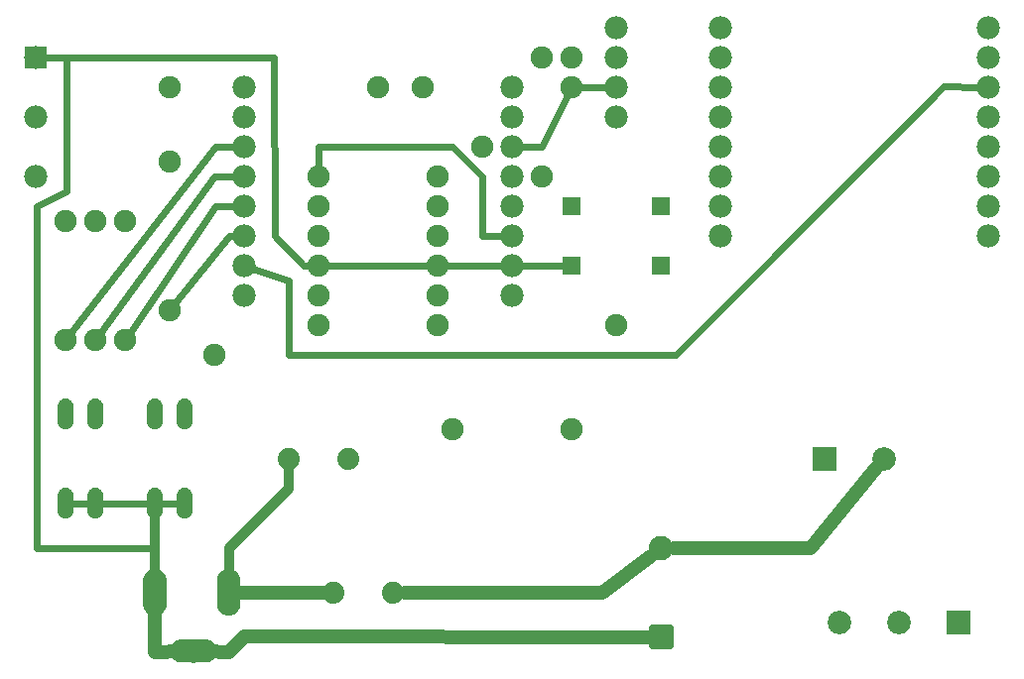
<source format=gbl>
G04 MADE WITH FRITZING*
G04 WWW.FRITZING.ORG*
G04 DOUBLE SIDED*
G04 HOLES PLATED*
G04 CONTOUR ON CENTER OF CONTOUR VECTOR*
%ASAXBY*%
%FSLAX23Y23*%
%MOIN*%
%OFA0B0*%
%SFA1.0B1.0*%
%ADD10C,0.052000*%
%ADD11C,0.075000*%
%ADD12C,0.074803*%
%ADD13C,0.078000*%
%ADD14C,0.078740*%
%ADD15C,0.077778*%
%ADD16C,0.074000*%
%ADD17C,0.082000*%
%ADD18C,0.079370*%
%ADD19C,0.059370*%
%ADD20C,0.075433*%
%ADD21R,0.078000X0.078000*%
%ADD22R,0.079370X0.079370*%
%ADD23C,0.032000*%
%ADD24C,0.024000*%
%ADD25C,0.048000*%
%ADD26C,0.020000*%
%ADD27R,0.001000X0.001000*%
%LNCOPPER0*%
G90*
G70*
G54D10*
X500Y736D03*
X600Y736D03*
X600Y1036D03*
X500Y1036D03*
X200Y736D03*
X300Y736D03*
X300Y1036D03*
X200Y1036D03*
G54D11*
X550Y1886D03*
X550Y1386D03*
X300Y1686D03*
X300Y1286D03*
X200Y1686D03*
X200Y1286D03*
X400Y1686D03*
X400Y1286D03*
G54D12*
X1049Y1836D03*
X1050Y1336D03*
X1050Y1436D03*
X1050Y1536D03*
X1050Y1636D03*
X1050Y1736D03*
X1450Y1836D03*
X1450Y1336D03*
X1450Y1436D03*
X1450Y1536D03*
X1450Y1636D03*
X1450Y1736D03*
G54D13*
X100Y2236D03*
X100Y2036D03*
X100Y1836D03*
X2050Y2336D03*
X2050Y2236D03*
X2050Y2136D03*
X2050Y2036D03*
G54D14*
X748Y436D03*
X500Y436D03*
X630Y239D03*
G54D11*
X1500Y986D03*
X1900Y986D03*
X1800Y2236D03*
X1800Y1836D03*
X1900Y2236D03*
X1900Y2136D03*
G54D15*
X800Y2136D03*
X800Y2036D03*
X800Y1936D03*
X800Y1836D03*
X800Y1736D03*
X800Y1636D03*
X800Y1536D03*
X800Y1436D03*
X1700Y1436D03*
X1700Y1536D03*
X1700Y1636D03*
X1700Y1736D03*
X1700Y1836D03*
X1700Y1936D03*
X1700Y2036D03*
X1700Y2136D03*
X2400Y2336D03*
X2400Y2236D03*
X2400Y2136D03*
X2400Y2036D03*
X2400Y1936D03*
X2400Y1836D03*
X2400Y1736D03*
X2400Y1636D03*
X3300Y1636D03*
X3300Y1736D03*
X3300Y1836D03*
X3300Y1936D03*
X3300Y2036D03*
X3300Y2136D03*
X3300Y2236D03*
X3300Y2336D03*
G54D16*
X1300Y436D03*
X1100Y436D03*
X1150Y886D03*
X950Y886D03*
G54D17*
X2200Y286D03*
X2200Y586D03*
G54D18*
X2750Y886D03*
X2950Y886D03*
X3200Y336D03*
X3000Y336D03*
X2800Y336D03*
G54D19*
X1900Y1736D03*
X2200Y1736D03*
X1900Y1536D03*
X2200Y1536D03*
G54D20*
X1400Y2136D03*
X1250Y2136D03*
X700Y1236D03*
X2050Y1336D03*
X1600Y1936D03*
X550Y2136D03*
G54D21*
X100Y2236D03*
G54D22*
X2750Y886D03*
X3200Y336D03*
G54D23*
X500Y472D02*
X500Y703D01*
G54D24*
D02*
X527Y736D02*
X573Y736D01*
G54D25*
D02*
X588Y238D02*
X500Y236D01*
D02*
X500Y236D02*
X500Y394D01*
G54D23*
D02*
X750Y584D02*
X748Y472D01*
D02*
X950Y784D02*
X750Y584D01*
D02*
X950Y854D02*
X950Y784D01*
G54D25*
D02*
X1062Y436D02*
X790Y436D01*
D02*
X2001Y436D02*
X1338Y436D01*
D02*
X2165Y560D02*
X2001Y436D01*
D02*
X2923Y854D02*
X2701Y585D01*
D02*
X2701Y585D02*
X2243Y586D01*
G54D24*
D02*
X950Y1236D02*
X2250Y1236D01*
D02*
X950Y1484D02*
X950Y1236D01*
D02*
X2550Y1535D02*
X3148Y2137D01*
D02*
X3148Y2137D02*
X3270Y2136D01*
D02*
X2250Y1236D02*
X2550Y1535D01*
D02*
X827Y1526D02*
X950Y1484D01*
D02*
X901Y1636D02*
X899Y2236D01*
D02*
X1019Y1536D02*
X998Y1536D01*
D02*
X998Y1536D02*
X901Y1636D01*
D02*
X899Y2236D02*
X130Y2236D01*
D02*
X1080Y1536D02*
X1420Y1536D01*
D02*
X2020Y2136D02*
X1928Y2136D01*
D02*
X1800Y1936D02*
X1729Y1936D01*
D02*
X1887Y2110D02*
X1800Y1936D01*
D02*
X1600Y1836D02*
X1598Y1636D01*
D02*
X1500Y1936D02*
X1600Y1836D01*
D02*
X1598Y1636D02*
X1670Y1636D01*
D02*
X1050Y1936D02*
X1500Y1936D01*
D02*
X1049Y1867D02*
X1050Y1936D01*
D02*
X201Y2236D02*
X130Y2236D01*
D02*
X201Y1784D02*
X201Y2236D01*
D02*
X101Y1736D02*
X201Y1784D01*
D02*
X101Y584D02*
X101Y1736D01*
D02*
X501Y584D02*
X101Y584D01*
D02*
X500Y467D02*
X501Y584D01*
D02*
X473Y736D02*
X327Y736D01*
D02*
X273Y736D02*
X227Y736D01*
D02*
X316Y1309D02*
X698Y1836D01*
D02*
X698Y1836D02*
X770Y1836D01*
D02*
X701Y1936D02*
X770Y1936D01*
D02*
X217Y1309D02*
X701Y1936D01*
D02*
X701Y1736D02*
X770Y1736D01*
D02*
X416Y1310D02*
X701Y1736D01*
D02*
X750Y1636D02*
X770Y1636D01*
D02*
X567Y1408D02*
X750Y1636D01*
G54D25*
D02*
X750Y236D02*
X671Y238D01*
D02*
X2156Y286D02*
X798Y288D01*
D02*
X798Y288D02*
X750Y236D01*
G54D24*
D02*
X1480Y1536D02*
X1670Y1536D01*
D02*
X1869Y1536D02*
X1729Y1536D01*
G54D26*
X2169Y317D02*
X2231Y317D01*
X2231Y255D01*
X2169Y255D01*
X2169Y317D01*
D02*
G54D27*
X1870Y1766D02*
X1928Y1766D01*
X2170Y1766D02*
X2228Y1766D01*
X1870Y1765D02*
X1928Y1765D01*
X2170Y1765D02*
X2228Y1765D01*
X1870Y1764D02*
X1928Y1764D01*
X2170Y1764D02*
X2228Y1764D01*
X1870Y1763D02*
X1928Y1763D01*
X2170Y1763D02*
X2228Y1763D01*
X1870Y1762D02*
X1928Y1762D01*
X2170Y1762D02*
X2228Y1762D01*
X1870Y1761D02*
X1928Y1761D01*
X2170Y1761D02*
X2228Y1761D01*
X1870Y1760D02*
X1928Y1760D01*
X2170Y1760D02*
X2228Y1760D01*
X1870Y1759D02*
X1928Y1759D01*
X2170Y1759D02*
X2228Y1759D01*
X1870Y1758D02*
X1928Y1758D01*
X2170Y1758D02*
X2228Y1758D01*
X1870Y1757D02*
X1928Y1757D01*
X2170Y1757D02*
X2228Y1757D01*
X1870Y1756D02*
X1897Y1756D01*
X1901Y1756D02*
X1928Y1756D01*
X2170Y1756D02*
X2197Y1756D01*
X2201Y1756D02*
X2228Y1756D01*
X1870Y1755D02*
X1892Y1755D01*
X1906Y1755D02*
X1928Y1755D01*
X2170Y1755D02*
X2192Y1755D01*
X2206Y1755D02*
X2228Y1755D01*
X1870Y1754D02*
X1890Y1754D01*
X1908Y1754D02*
X1928Y1754D01*
X2170Y1754D02*
X2190Y1754D01*
X2208Y1754D02*
X2228Y1754D01*
X1870Y1753D02*
X1888Y1753D01*
X1910Y1753D02*
X1928Y1753D01*
X2170Y1753D02*
X2188Y1753D01*
X2210Y1753D02*
X2228Y1753D01*
X1870Y1752D02*
X1887Y1752D01*
X1912Y1752D02*
X1928Y1752D01*
X2170Y1752D02*
X2187Y1752D01*
X2212Y1752D02*
X2228Y1752D01*
X1870Y1751D02*
X1885Y1751D01*
X1913Y1751D02*
X1928Y1751D01*
X2170Y1751D02*
X2185Y1751D01*
X2213Y1751D02*
X2228Y1751D01*
X1870Y1750D02*
X1884Y1750D01*
X1914Y1750D02*
X1928Y1750D01*
X2170Y1750D02*
X2184Y1750D01*
X2214Y1750D02*
X2228Y1750D01*
X1870Y1749D02*
X1884Y1749D01*
X1915Y1749D02*
X1928Y1749D01*
X2170Y1749D02*
X2184Y1749D01*
X2215Y1749D02*
X2228Y1749D01*
X1870Y1748D02*
X1883Y1748D01*
X1915Y1748D02*
X1928Y1748D01*
X2170Y1748D02*
X2183Y1748D01*
X2215Y1748D02*
X2228Y1748D01*
X1870Y1747D02*
X1882Y1747D01*
X1916Y1747D02*
X1928Y1747D01*
X2170Y1747D02*
X2182Y1747D01*
X2216Y1747D02*
X2228Y1747D01*
X1870Y1746D02*
X1881Y1746D01*
X1917Y1746D02*
X1928Y1746D01*
X2170Y1746D02*
X2181Y1746D01*
X2217Y1746D02*
X2228Y1746D01*
X1870Y1745D02*
X1881Y1745D01*
X1917Y1745D02*
X1928Y1745D01*
X2170Y1745D02*
X2181Y1745D01*
X2217Y1745D02*
X2228Y1745D01*
X1870Y1744D02*
X1880Y1744D01*
X1918Y1744D02*
X1928Y1744D01*
X2170Y1744D02*
X2180Y1744D01*
X2218Y1744D02*
X2228Y1744D01*
X1870Y1743D02*
X1880Y1743D01*
X1918Y1743D02*
X1928Y1743D01*
X2170Y1743D02*
X2180Y1743D01*
X2218Y1743D02*
X2228Y1743D01*
X1870Y1742D02*
X1880Y1742D01*
X1918Y1742D02*
X1928Y1742D01*
X2170Y1742D02*
X2180Y1742D01*
X2218Y1742D02*
X2228Y1742D01*
X1870Y1741D02*
X1879Y1741D01*
X1919Y1741D02*
X1928Y1741D01*
X2170Y1741D02*
X2179Y1741D01*
X2219Y1741D02*
X2228Y1741D01*
X1870Y1740D02*
X1879Y1740D01*
X1919Y1740D02*
X1928Y1740D01*
X2170Y1740D02*
X2179Y1740D01*
X2219Y1740D02*
X2228Y1740D01*
X1870Y1739D02*
X1879Y1739D01*
X1919Y1739D02*
X1928Y1739D01*
X2170Y1739D02*
X2179Y1739D01*
X2219Y1739D02*
X2228Y1739D01*
X1870Y1738D02*
X1879Y1738D01*
X1919Y1738D02*
X1928Y1738D01*
X2170Y1738D02*
X2179Y1738D01*
X2219Y1738D02*
X2228Y1738D01*
X1870Y1737D02*
X1879Y1737D01*
X1919Y1737D02*
X1928Y1737D01*
X2170Y1737D02*
X2179Y1737D01*
X2219Y1737D02*
X2228Y1737D01*
X1870Y1736D02*
X1879Y1736D01*
X1919Y1736D02*
X1928Y1736D01*
X2170Y1736D02*
X2179Y1736D01*
X2219Y1736D02*
X2228Y1736D01*
X1870Y1735D02*
X1879Y1735D01*
X1919Y1735D02*
X1928Y1735D01*
X2170Y1735D02*
X2179Y1735D01*
X2219Y1735D02*
X2228Y1735D01*
X1870Y1734D02*
X1879Y1734D01*
X1919Y1734D02*
X1928Y1734D01*
X2170Y1734D02*
X2179Y1734D01*
X2219Y1734D02*
X2228Y1734D01*
X1870Y1733D02*
X1879Y1733D01*
X1919Y1733D02*
X1928Y1733D01*
X2170Y1733D02*
X2179Y1733D01*
X2219Y1733D02*
X2228Y1733D01*
X1870Y1732D02*
X1879Y1732D01*
X1919Y1732D02*
X1928Y1732D01*
X2170Y1732D02*
X2179Y1732D01*
X2219Y1732D02*
X2228Y1732D01*
X1870Y1731D02*
X1880Y1731D01*
X1918Y1731D02*
X1928Y1731D01*
X2170Y1731D02*
X2180Y1731D01*
X2218Y1731D02*
X2228Y1731D01*
X1870Y1730D02*
X1880Y1730D01*
X1918Y1730D02*
X1928Y1730D01*
X2170Y1730D02*
X2180Y1730D01*
X2218Y1730D02*
X2228Y1730D01*
X1870Y1729D02*
X1880Y1729D01*
X1918Y1729D02*
X1928Y1729D01*
X2170Y1729D02*
X2180Y1729D01*
X2218Y1729D02*
X2228Y1729D01*
X1870Y1728D02*
X1881Y1728D01*
X1917Y1728D02*
X1928Y1728D01*
X2170Y1728D02*
X2181Y1728D01*
X2217Y1728D02*
X2228Y1728D01*
X1870Y1727D02*
X1881Y1727D01*
X1917Y1727D02*
X1928Y1727D01*
X2170Y1727D02*
X2181Y1727D01*
X2217Y1727D02*
X2228Y1727D01*
X1870Y1726D02*
X1882Y1726D01*
X1916Y1726D02*
X1928Y1726D01*
X2170Y1726D02*
X2182Y1726D01*
X2216Y1726D02*
X2228Y1726D01*
X1870Y1725D02*
X1883Y1725D01*
X1916Y1725D02*
X1928Y1725D01*
X2170Y1725D02*
X2183Y1725D01*
X2216Y1725D02*
X2228Y1725D01*
X1870Y1724D02*
X1883Y1724D01*
X1915Y1724D02*
X1928Y1724D01*
X2170Y1724D02*
X2183Y1724D01*
X2215Y1724D02*
X2228Y1724D01*
X1870Y1723D02*
X1884Y1723D01*
X1914Y1723D02*
X1928Y1723D01*
X2170Y1723D02*
X2184Y1723D01*
X2214Y1723D02*
X2228Y1723D01*
X1870Y1722D02*
X1885Y1722D01*
X1913Y1722D02*
X1928Y1722D01*
X2170Y1722D02*
X2185Y1722D01*
X2213Y1722D02*
X2228Y1722D01*
X1870Y1721D02*
X1887Y1721D01*
X1912Y1721D02*
X1928Y1721D01*
X2170Y1721D02*
X2187Y1721D01*
X2212Y1721D02*
X2228Y1721D01*
X1870Y1720D02*
X1888Y1720D01*
X1910Y1720D02*
X1928Y1720D01*
X2170Y1720D02*
X2188Y1720D01*
X2210Y1720D02*
X2228Y1720D01*
X1870Y1719D02*
X1890Y1719D01*
X1908Y1719D02*
X1928Y1719D01*
X2170Y1719D02*
X2190Y1719D01*
X2208Y1719D02*
X2228Y1719D01*
X1870Y1718D02*
X1892Y1718D01*
X1906Y1718D02*
X1928Y1718D01*
X2170Y1718D02*
X2192Y1718D01*
X2206Y1718D02*
X2228Y1718D01*
X1870Y1717D02*
X1896Y1717D01*
X1902Y1717D02*
X1928Y1717D01*
X2170Y1717D02*
X2196Y1717D01*
X2202Y1717D02*
X2228Y1717D01*
X1870Y1716D02*
X1928Y1716D01*
X2170Y1716D02*
X2228Y1716D01*
X1870Y1715D02*
X1928Y1715D01*
X2170Y1715D02*
X2228Y1715D01*
X1870Y1714D02*
X1928Y1714D01*
X2170Y1714D02*
X2228Y1714D01*
X1870Y1713D02*
X1928Y1713D01*
X2170Y1713D02*
X2228Y1713D01*
X1870Y1712D02*
X1928Y1712D01*
X2170Y1712D02*
X2228Y1712D01*
X1870Y1711D02*
X1928Y1711D01*
X2170Y1711D02*
X2228Y1711D01*
X1870Y1710D02*
X1928Y1710D01*
X2170Y1710D02*
X2228Y1710D01*
X1870Y1709D02*
X1928Y1709D01*
X2170Y1709D02*
X2228Y1709D01*
X1870Y1708D02*
X1928Y1708D01*
X2170Y1708D02*
X2228Y1708D01*
X1870Y1707D02*
X1928Y1707D01*
X2170Y1707D02*
X2228Y1707D01*
X1870Y1566D02*
X1928Y1566D01*
X2170Y1566D02*
X2228Y1566D01*
X1870Y1565D02*
X1928Y1565D01*
X2170Y1565D02*
X2228Y1565D01*
X1870Y1564D02*
X1928Y1564D01*
X2170Y1564D02*
X2228Y1564D01*
X1870Y1563D02*
X1928Y1563D01*
X2170Y1563D02*
X2228Y1563D01*
X1870Y1562D02*
X1928Y1562D01*
X2170Y1562D02*
X2228Y1562D01*
X1870Y1561D02*
X1928Y1561D01*
X2170Y1561D02*
X2228Y1561D01*
X1870Y1560D02*
X1928Y1560D01*
X2170Y1560D02*
X2228Y1560D01*
X1870Y1559D02*
X1928Y1559D01*
X2170Y1559D02*
X2228Y1559D01*
X1870Y1558D02*
X1928Y1558D01*
X2170Y1558D02*
X2228Y1558D01*
X1870Y1557D02*
X1928Y1557D01*
X2170Y1557D02*
X2228Y1557D01*
X1870Y1556D02*
X1897Y1556D01*
X1901Y1556D02*
X1928Y1556D01*
X2170Y1556D02*
X2197Y1556D01*
X2201Y1556D02*
X2228Y1556D01*
X1870Y1555D02*
X1892Y1555D01*
X1906Y1555D02*
X1928Y1555D01*
X2170Y1555D02*
X2192Y1555D01*
X2206Y1555D02*
X2228Y1555D01*
X1870Y1554D02*
X1890Y1554D01*
X1908Y1554D02*
X1928Y1554D01*
X2170Y1554D02*
X2190Y1554D01*
X2208Y1554D02*
X2228Y1554D01*
X1870Y1553D02*
X1888Y1553D01*
X1910Y1553D02*
X1928Y1553D01*
X2170Y1553D02*
X2188Y1553D01*
X2210Y1553D02*
X2228Y1553D01*
X1870Y1552D02*
X1887Y1552D01*
X1912Y1552D02*
X1928Y1552D01*
X2170Y1552D02*
X2187Y1552D01*
X2212Y1552D02*
X2228Y1552D01*
X1870Y1551D02*
X1885Y1551D01*
X1913Y1551D02*
X1928Y1551D01*
X2170Y1551D02*
X2185Y1551D01*
X2213Y1551D02*
X2228Y1551D01*
X1870Y1550D02*
X1884Y1550D01*
X1914Y1550D02*
X1928Y1550D01*
X2170Y1550D02*
X2184Y1550D01*
X2214Y1550D02*
X2228Y1550D01*
X1870Y1549D02*
X1884Y1549D01*
X1915Y1549D02*
X1928Y1549D01*
X2170Y1549D02*
X2184Y1549D01*
X2215Y1549D02*
X2228Y1549D01*
X1870Y1548D02*
X1883Y1548D01*
X1915Y1548D02*
X1928Y1548D01*
X2170Y1548D02*
X2183Y1548D01*
X2215Y1548D02*
X2228Y1548D01*
X1870Y1547D02*
X1882Y1547D01*
X1916Y1547D02*
X1928Y1547D01*
X2170Y1547D02*
X2182Y1547D01*
X2216Y1547D02*
X2228Y1547D01*
X1870Y1546D02*
X1881Y1546D01*
X1917Y1546D02*
X1928Y1546D01*
X2170Y1546D02*
X2181Y1546D01*
X2217Y1546D02*
X2228Y1546D01*
X1870Y1545D02*
X1881Y1545D01*
X1917Y1545D02*
X1928Y1545D01*
X2170Y1545D02*
X2181Y1545D01*
X2217Y1545D02*
X2228Y1545D01*
X1870Y1544D02*
X1880Y1544D01*
X1918Y1544D02*
X1928Y1544D01*
X2170Y1544D02*
X2180Y1544D01*
X2218Y1544D02*
X2228Y1544D01*
X1870Y1543D02*
X1880Y1543D01*
X1918Y1543D02*
X1928Y1543D01*
X2170Y1543D02*
X2180Y1543D01*
X2218Y1543D02*
X2228Y1543D01*
X1870Y1542D02*
X1880Y1542D01*
X1918Y1542D02*
X1928Y1542D01*
X2170Y1542D02*
X2180Y1542D01*
X2218Y1542D02*
X2228Y1542D01*
X1870Y1541D02*
X1879Y1541D01*
X1919Y1541D02*
X1928Y1541D01*
X2170Y1541D02*
X2179Y1541D01*
X2219Y1541D02*
X2228Y1541D01*
X1870Y1540D02*
X1879Y1540D01*
X1919Y1540D02*
X1928Y1540D01*
X2170Y1540D02*
X2179Y1540D01*
X2219Y1540D02*
X2228Y1540D01*
X1870Y1539D02*
X1879Y1539D01*
X1919Y1539D02*
X1928Y1539D01*
X2170Y1539D02*
X2179Y1539D01*
X2219Y1539D02*
X2228Y1539D01*
X1870Y1538D02*
X1879Y1538D01*
X1919Y1538D02*
X1928Y1538D01*
X2170Y1538D02*
X2179Y1538D01*
X2219Y1538D02*
X2228Y1538D01*
X1870Y1537D02*
X1879Y1537D01*
X1919Y1537D02*
X1928Y1537D01*
X2170Y1537D02*
X2179Y1537D01*
X2219Y1537D02*
X2228Y1537D01*
X1870Y1536D02*
X1879Y1536D01*
X1919Y1536D02*
X1928Y1536D01*
X2170Y1536D02*
X2179Y1536D01*
X2219Y1536D02*
X2228Y1536D01*
X1870Y1535D02*
X1879Y1535D01*
X1919Y1535D02*
X1928Y1535D01*
X2170Y1535D02*
X2179Y1535D01*
X2219Y1535D02*
X2228Y1535D01*
X1870Y1534D02*
X1879Y1534D01*
X1919Y1534D02*
X1928Y1534D01*
X2170Y1534D02*
X2179Y1534D01*
X2219Y1534D02*
X2228Y1534D01*
X1870Y1533D02*
X1879Y1533D01*
X1919Y1533D02*
X1928Y1533D01*
X2170Y1533D02*
X2179Y1533D01*
X2219Y1533D02*
X2228Y1533D01*
X1870Y1532D02*
X1879Y1532D01*
X1919Y1532D02*
X1928Y1532D01*
X2170Y1532D02*
X2179Y1532D01*
X2219Y1532D02*
X2228Y1532D01*
X1870Y1531D02*
X1880Y1531D01*
X1918Y1531D02*
X1928Y1531D01*
X2170Y1531D02*
X2180Y1531D01*
X2218Y1531D02*
X2228Y1531D01*
X1870Y1530D02*
X1880Y1530D01*
X1918Y1530D02*
X1928Y1530D01*
X2170Y1530D02*
X2180Y1530D01*
X2218Y1530D02*
X2228Y1530D01*
X1870Y1529D02*
X1880Y1529D01*
X1918Y1529D02*
X1928Y1529D01*
X2170Y1529D02*
X2180Y1529D01*
X2218Y1529D02*
X2228Y1529D01*
X1870Y1528D02*
X1881Y1528D01*
X1917Y1528D02*
X1928Y1528D01*
X2170Y1528D02*
X2181Y1528D01*
X2217Y1528D02*
X2228Y1528D01*
X1870Y1527D02*
X1881Y1527D01*
X1917Y1527D02*
X1928Y1527D01*
X2170Y1527D02*
X2181Y1527D01*
X2217Y1527D02*
X2228Y1527D01*
X1870Y1526D02*
X1882Y1526D01*
X1916Y1526D02*
X1928Y1526D01*
X2170Y1526D02*
X2182Y1526D01*
X2216Y1526D02*
X2228Y1526D01*
X1870Y1525D02*
X1883Y1525D01*
X1916Y1525D02*
X1928Y1525D01*
X2170Y1525D02*
X2183Y1525D01*
X2216Y1525D02*
X2228Y1525D01*
X1870Y1524D02*
X1883Y1524D01*
X1915Y1524D02*
X1928Y1524D01*
X2170Y1524D02*
X2183Y1524D01*
X2215Y1524D02*
X2228Y1524D01*
X1870Y1523D02*
X1884Y1523D01*
X1914Y1523D02*
X1928Y1523D01*
X2170Y1523D02*
X2184Y1523D01*
X2214Y1523D02*
X2228Y1523D01*
X1870Y1522D02*
X1885Y1522D01*
X1913Y1522D02*
X1928Y1522D01*
X2170Y1522D02*
X2185Y1522D01*
X2213Y1522D02*
X2228Y1522D01*
X1870Y1521D02*
X1887Y1521D01*
X1912Y1521D02*
X1928Y1521D01*
X2170Y1521D02*
X2187Y1521D01*
X2212Y1521D02*
X2228Y1521D01*
X1870Y1520D02*
X1888Y1520D01*
X1910Y1520D02*
X1928Y1520D01*
X2170Y1520D02*
X2188Y1520D01*
X2210Y1520D02*
X2228Y1520D01*
X1870Y1519D02*
X1890Y1519D01*
X1908Y1519D02*
X1928Y1519D01*
X2170Y1519D02*
X2190Y1519D01*
X2208Y1519D02*
X2228Y1519D01*
X1870Y1518D02*
X1892Y1518D01*
X1906Y1518D02*
X1928Y1518D01*
X2170Y1518D02*
X2192Y1518D01*
X2206Y1518D02*
X2228Y1518D01*
X1870Y1517D02*
X1896Y1517D01*
X1902Y1517D02*
X1928Y1517D01*
X2170Y1517D02*
X2196Y1517D01*
X2202Y1517D02*
X2228Y1517D01*
X1870Y1516D02*
X1928Y1516D01*
X2170Y1516D02*
X2228Y1516D01*
X1870Y1515D02*
X1928Y1515D01*
X2170Y1515D02*
X2228Y1515D01*
X1870Y1514D02*
X1928Y1514D01*
X2170Y1514D02*
X2228Y1514D01*
X1870Y1513D02*
X1928Y1513D01*
X2170Y1513D02*
X2228Y1513D01*
X1870Y1512D02*
X1928Y1512D01*
X2170Y1512D02*
X2228Y1512D01*
X1870Y1511D02*
X1928Y1511D01*
X2170Y1511D02*
X2228Y1511D01*
X1870Y1510D02*
X1928Y1510D01*
X2170Y1510D02*
X2228Y1510D01*
X1870Y1509D02*
X1928Y1509D01*
X2170Y1509D02*
X2228Y1509D01*
X1870Y1508D02*
X1928Y1508D01*
X2170Y1508D02*
X2228Y1508D01*
X1870Y1507D02*
X1928Y1507D01*
X2170Y1507D02*
X2228Y1507D01*
X195Y1088D02*
X204Y1088D01*
X295Y1088D02*
X304Y1088D01*
X495Y1088D02*
X504Y1088D01*
X595Y1088D02*
X604Y1088D01*
X191Y1087D02*
X207Y1087D01*
X291Y1087D02*
X307Y1087D01*
X491Y1087D02*
X507Y1087D01*
X591Y1087D02*
X607Y1087D01*
X189Y1086D02*
X210Y1086D01*
X289Y1086D02*
X310Y1086D01*
X489Y1086D02*
X510Y1086D01*
X589Y1086D02*
X610Y1086D01*
X187Y1085D02*
X211Y1085D01*
X287Y1085D02*
X311Y1085D01*
X487Y1085D02*
X511Y1085D01*
X587Y1085D02*
X611Y1085D01*
X185Y1084D02*
X213Y1084D01*
X285Y1084D02*
X313Y1084D01*
X485Y1084D02*
X513Y1084D01*
X585Y1084D02*
X613Y1084D01*
X184Y1083D02*
X214Y1083D01*
X284Y1083D02*
X314Y1083D01*
X484Y1083D02*
X514Y1083D01*
X584Y1083D02*
X614Y1083D01*
X183Y1082D02*
X216Y1082D01*
X283Y1082D02*
X316Y1082D01*
X483Y1082D02*
X516Y1082D01*
X583Y1082D02*
X616Y1082D01*
X181Y1081D02*
X217Y1081D01*
X281Y1081D02*
X317Y1081D01*
X481Y1081D02*
X517Y1081D01*
X581Y1081D02*
X617Y1081D01*
X181Y1080D02*
X218Y1080D01*
X281Y1080D02*
X318Y1080D01*
X481Y1080D02*
X518Y1080D01*
X581Y1080D02*
X618Y1080D01*
X180Y1079D02*
X219Y1079D01*
X280Y1079D02*
X319Y1079D01*
X480Y1079D02*
X519Y1079D01*
X580Y1079D02*
X619Y1079D01*
X179Y1078D02*
X219Y1078D01*
X279Y1078D02*
X319Y1078D01*
X479Y1078D02*
X519Y1078D01*
X579Y1078D02*
X619Y1078D01*
X178Y1077D02*
X220Y1077D01*
X278Y1077D02*
X320Y1077D01*
X478Y1077D02*
X520Y1077D01*
X578Y1077D02*
X620Y1077D01*
X178Y1076D02*
X221Y1076D01*
X278Y1076D02*
X321Y1076D01*
X477Y1076D02*
X521Y1076D01*
X577Y1076D02*
X621Y1076D01*
X177Y1075D02*
X221Y1075D01*
X277Y1075D02*
X321Y1075D01*
X477Y1075D02*
X521Y1075D01*
X577Y1075D02*
X621Y1075D01*
X176Y1074D02*
X222Y1074D01*
X276Y1074D02*
X322Y1074D01*
X476Y1074D02*
X522Y1074D01*
X576Y1074D02*
X622Y1074D01*
X176Y1073D02*
X222Y1073D01*
X276Y1073D02*
X322Y1073D01*
X476Y1073D02*
X522Y1073D01*
X576Y1073D02*
X622Y1073D01*
X175Y1072D02*
X223Y1072D01*
X275Y1072D02*
X323Y1072D01*
X475Y1072D02*
X523Y1072D01*
X575Y1072D02*
X623Y1072D01*
X175Y1071D02*
X223Y1071D01*
X275Y1071D02*
X323Y1071D01*
X475Y1071D02*
X523Y1071D01*
X575Y1071D02*
X623Y1071D01*
X175Y1070D02*
X224Y1070D01*
X275Y1070D02*
X324Y1070D01*
X475Y1070D02*
X523Y1070D01*
X575Y1070D02*
X623Y1070D01*
X174Y1069D02*
X224Y1069D01*
X274Y1069D02*
X324Y1069D01*
X474Y1069D02*
X524Y1069D01*
X574Y1069D02*
X624Y1069D01*
X174Y1068D02*
X224Y1068D01*
X274Y1068D02*
X324Y1068D01*
X474Y1068D02*
X524Y1068D01*
X574Y1068D02*
X624Y1068D01*
X174Y1067D02*
X224Y1067D01*
X274Y1067D02*
X324Y1067D01*
X474Y1067D02*
X524Y1067D01*
X574Y1067D02*
X624Y1067D01*
X174Y1066D02*
X224Y1066D01*
X274Y1066D02*
X324Y1066D01*
X474Y1066D02*
X524Y1066D01*
X574Y1066D02*
X624Y1066D01*
X174Y1065D02*
X224Y1065D01*
X274Y1065D02*
X324Y1065D01*
X474Y1065D02*
X524Y1065D01*
X574Y1065D02*
X624Y1065D01*
X174Y1064D02*
X225Y1064D01*
X274Y1064D02*
X325Y1064D01*
X474Y1064D02*
X525Y1064D01*
X574Y1064D02*
X625Y1064D01*
X174Y1063D02*
X225Y1063D01*
X274Y1063D02*
X325Y1063D01*
X474Y1063D02*
X525Y1063D01*
X574Y1063D02*
X625Y1063D01*
X174Y1062D02*
X225Y1062D01*
X274Y1062D02*
X325Y1062D01*
X474Y1062D02*
X525Y1062D01*
X574Y1062D02*
X625Y1062D01*
X174Y1061D02*
X225Y1061D01*
X274Y1061D02*
X325Y1061D01*
X474Y1061D02*
X525Y1061D01*
X574Y1061D02*
X625Y1061D01*
X174Y1060D02*
X225Y1060D01*
X274Y1060D02*
X325Y1060D01*
X474Y1060D02*
X525Y1060D01*
X574Y1060D02*
X625Y1060D01*
X174Y1059D02*
X225Y1059D01*
X274Y1059D02*
X325Y1059D01*
X474Y1059D02*
X525Y1059D01*
X574Y1059D02*
X625Y1059D01*
X174Y1058D02*
X225Y1058D01*
X274Y1058D02*
X325Y1058D01*
X474Y1058D02*
X525Y1058D01*
X574Y1058D02*
X625Y1058D01*
X174Y1057D02*
X225Y1057D01*
X274Y1057D02*
X325Y1057D01*
X474Y1057D02*
X525Y1057D01*
X574Y1057D02*
X625Y1057D01*
X174Y1056D02*
X225Y1056D01*
X274Y1056D02*
X325Y1056D01*
X474Y1056D02*
X525Y1056D01*
X574Y1056D02*
X625Y1056D01*
X174Y1055D02*
X225Y1055D01*
X274Y1055D02*
X325Y1055D01*
X474Y1055D02*
X525Y1055D01*
X574Y1055D02*
X625Y1055D01*
X174Y1054D02*
X225Y1054D01*
X274Y1054D02*
X325Y1054D01*
X474Y1054D02*
X525Y1054D01*
X574Y1054D02*
X625Y1054D01*
X174Y1053D02*
X225Y1053D01*
X274Y1053D02*
X325Y1053D01*
X474Y1053D02*
X525Y1053D01*
X574Y1053D02*
X625Y1053D01*
X174Y1052D02*
X195Y1052D01*
X203Y1052D02*
X225Y1052D01*
X274Y1052D02*
X295Y1052D01*
X303Y1052D02*
X325Y1052D01*
X474Y1052D02*
X495Y1052D01*
X503Y1052D02*
X525Y1052D01*
X574Y1052D02*
X595Y1052D01*
X603Y1052D02*
X625Y1052D01*
X174Y1051D02*
X192Y1051D01*
X206Y1051D02*
X225Y1051D01*
X274Y1051D02*
X292Y1051D01*
X306Y1051D02*
X325Y1051D01*
X474Y1051D02*
X492Y1051D01*
X506Y1051D02*
X525Y1051D01*
X574Y1051D02*
X592Y1051D01*
X606Y1051D02*
X625Y1051D01*
X174Y1050D02*
X190Y1050D01*
X208Y1050D02*
X225Y1050D01*
X274Y1050D02*
X290Y1050D01*
X308Y1050D02*
X325Y1050D01*
X474Y1050D02*
X490Y1050D01*
X508Y1050D02*
X525Y1050D01*
X574Y1050D02*
X590Y1050D01*
X608Y1050D02*
X625Y1050D01*
X174Y1049D02*
X189Y1049D01*
X209Y1049D02*
X225Y1049D01*
X274Y1049D02*
X289Y1049D01*
X309Y1049D02*
X325Y1049D01*
X474Y1049D02*
X489Y1049D01*
X509Y1049D02*
X525Y1049D01*
X574Y1049D02*
X589Y1049D01*
X609Y1049D02*
X625Y1049D01*
X174Y1048D02*
X188Y1048D01*
X211Y1048D02*
X225Y1048D01*
X274Y1048D02*
X288Y1048D01*
X311Y1048D02*
X325Y1048D01*
X474Y1048D02*
X488Y1048D01*
X511Y1048D02*
X525Y1048D01*
X574Y1048D02*
X588Y1048D01*
X611Y1048D02*
X625Y1048D01*
X174Y1047D02*
X187Y1047D01*
X212Y1047D02*
X225Y1047D01*
X274Y1047D02*
X287Y1047D01*
X312Y1047D02*
X325Y1047D01*
X474Y1047D02*
X487Y1047D01*
X512Y1047D02*
X525Y1047D01*
X574Y1047D02*
X587Y1047D01*
X612Y1047D02*
X625Y1047D01*
X174Y1046D02*
X186Y1046D01*
X212Y1046D02*
X225Y1046D01*
X274Y1046D02*
X286Y1046D01*
X312Y1046D02*
X325Y1046D01*
X474Y1046D02*
X486Y1046D01*
X512Y1046D02*
X525Y1046D01*
X574Y1046D02*
X586Y1046D01*
X612Y1046D02*
X625Y1046D01*
X174Y1045D02*
X185Y1045D01*
X213Y1045D02*
X225Y1045D01*
X274Y1045D02*
X285Y1045D01*
X313Y1045D02*
X325Y1045D01*
X474Y1045D02*
X485Y1045D01*
X513Y1045D02*
X525Y1045D01*
X574Y1045D02*
X585Y1045D01*
X613Y1045D02*
X625Y1045D01*
X174Y1044D02*
X185Y1044D01*
X214Y1044D02*
X225Y1044D01*
X274Y1044D02*
X285Y1044D01*
X314Y1044D02*
X325Y1044D01*
X474Y1044D02*
X485Y1044D01*
X514Y1044D02*
X525Y1044D01*
X574Y1044D02*
X585Y1044D01*
X614Y1044D02*
X625Y1044D01*
X174Y1043D02*
X184Y1043D01*
X214Y1043D02*
X225Y1043D01*
X274Y1043D02*
X284Y1043D01*
X314Y1043D02*
X325Y1043D01*
X474Y1043D02*
X484Y1043D01*
X514Y1043D02*
X525Y1043D01*
X574Y1043D02*
X584Y1043D01*
X614Y1043D02*
X625Y1043D01*
X174Y1042D02*
X184Y1042D01*
X215Y1042D02*
X225Y1042D01*
X274Y1042D02*
X284Y1042D01*
X315Y1042D02*
X325Y1042D01*
X474Y1042D02*
X484Y1042D01*
X515Y1042D02*
X525Y1042D01*
X574Y1042D02*
X584Y1042D01*
X615Y1042D02*
X625Y1042D01*
X174Y1041D02*
X183Y1041D01*
X215Y1041D02*
X225Y1041D01*
X274Y1041D02*
X283Y1041D01*
X315Y1041D02*
X325Y1041D01*
X474Y1041D02*
X483Y1041D01*
X515Y1041D02*
X525Y1041D01*
X574Y1041D02*
X583Y1041D01*
X615Y1041D02*
X625Y1041D01*
X174Y1040D02*
X183Y1040D01*
X215Y1040D02*
X225Y1040D01*
X274Y1040D02*
X283Y1040D01*
X315Y1040D02*
X325Y1040D01*
X474Y1040D02*
X483Y1040D01*
X515Y1040D02*
X525Y1040D01*
X574Y1040D02*
X583Y1040D01*
X615Y1040D02*
X625Y1040D01*
X174Y1039D02*
X183Y1039D01*
X215Y1039D02*
X225Y1039D01*
X274Y1039D02*
X283Y1039D01*
X315Y1039D02*
X325Y1039D01*
X474Y1039D02*
X483Y1039D01*
X515Y1039D02*
X525Y1039D01*
X574Y1039D02*
X583Y1039D01*
X615Y1039D02*
X625Y1039D01*
X174Y1038D02*
X183Y1038D01*
X215Y1038D02*
X225Y1038D01*
X274Y1038D02*
X283Y1038D01*
X315Y1038D02*
X325Y1038D01*
X474Y1038D02*
X483Y1038D01*
X515Y1038D02*
X525Y1038D01*
X574Y1038D02*
X583Y1038D01*
X615Y1038D02*
X625Y1038D01*
X174Y1037D02*
X183Y1037D01*
X216Y1037D02*
X225Y1037D01*
X274Y1037D02*
X283Y1037D01*
X316Y1037D02*
X325Y1037D01*
X474Y1037D02*
X483Y1037D01*
X516Y1037D02*
X525Y1037D01*
X574Y1037D02*
X583Y1037D01*
X616Y1037D02*
X625Y1037D01*
X174Y1036D02*
X183Y1036D01*
X216Y1036D02*
X225Y1036D01*
X274Y1036D02*
X283Y1036D01*
X316Y1036D02*
X325Y1036D01*
X474Y1036D02*
X483Y1036D01*
X516Y1036D02*
X525Y1036D01*
X574Y1036D02*
X583Y1036D01*
X616Y1036D02*
X625Y1036D01*
X174Y1035D02*
X183Y1035D01*
X215Y1035D02*
X225Y1035D01*
X274Y1035D02*
X283Y1035D01*
X315Y1035D02*
X325Y1035D01*
X474Y1035D02*
X483Y1035D01*
X515Y1035D02*
X525Y1035D01*
X574Y1035D02*
X583Y1035D01*
X615Y1035D02*
X625Y1035D01*
X174Y1034D02*
X183Y1034D01*
X215Y1034D02*
X225Y1034D01*
X274Y1034D02*
X283Y1034D01*
X315Y1034D02*
X325Y1034D01*
X474Y1034D02*
X483Y1034D01*
X515Y1034D02*
X525Y1034D01*
X574Y1034D02*
X583Y1034D01*
X615Y1034D02*
X625Y1034D01*
X174Y1033D02*
X183Y1033D01*
X215Y1033D02*
X225Y1033D01*
X274Y1033D02*
X283Y1033D01*
X315Y1033D02*
X325Y1033D01*
X474Y1033D02*
X483Y1033D01*
X515Y1033D02*
X525Y1033D01*
X574Y1033D02*
X583Y1033D01*
X615Y1033D02*
X625Y1033D01*
X174Y1032D02*
X183Y1032D01*
X215Y1032D02*
X225Y1032D01*
X274Y1032D02*
X283Y1032D01*
X315Y1032D02*
X325Y1032D01*
X474Y1032D02*
X483Y1032D01*
X515Y1032D02*
X525Y1032D01*
X574Y1032D02*
X583Y1032D01*
X615Y1032D02*
X625Y1032D01*
X174Y1031D02*
X184Y1031D01*
X215Y1031D02*
X225Y1031D01*
X274Y1031D02*
X284Y1031D01*
X315Y1031D02*
X325Y1031D01*
X474Y1031D02*
X484Y1031D01*
X515Y1031D02*
X525Y1031D01*
X574Y1031D02*
X584Y1031D01*
X615Y1031D02*
X625Y1031D01*
X174Y1030D02*
X184Y1030D01*
X214Y1030D02*
X225Y1030D01*
X274Y1030D02*
X284Y1030D01*
X314Y1030D02*
X325Y1030D01*
X474Y1030D02*
X484Y1030D01*
X514Y1030D02*
X525Y1030D01*
X574Y1030D02*
X584Y1030D01*
X614Y1030D02*
X625Y1030D01*
X174Y1029D02*
X185Y1029D01*
X214Y1029D02*
X225Y1029D01*
X274Y1029D02*
X285Y1029D01*
X314Y1029D02*
X325Y1029D01*
X474Y1029D02*
X485Y1029D01*
X514Y1029D02*
X525Y1029D01*
X574Y1029D02*
X585Y1029D01*
X614Y1029D02*
X625Y1029D01*
X174Y1028D02*
X185Y1028D01*
X213Y1028D02*
X225Y1028D01*
X274Y1028D02*
X285Y1028D01*
X313Y1028D02*
X325Y1028D01*
X474Y1028D02*
X485Y1028D01*
X513Y1028D02*
X525Y1028D01*
X574Y1028D02*
X585Y1028D01*
X613Y1028D02*
X625Y1028D01*
X174Y1027D02*
X186Y1027D01*
X212Y1027D02*
X225Y1027D01*
X274Y1027D02*
X286Y1027D01*
X312Y1027D02*
X325Y1027D01*
X474Y1027D02*
X486Y1027D01*
X512Y1027D02*
X525Y1027D01*
X574Y1027D02*
X586Y1027D01*
X612Y1027D02*
X625Y1027D01*
X174Y1026D02*
X187Y1026D01*
X212Y1026D02*
X225Y1026D01*
X274Y1026D02*
X287Y1026D01*
X312Y1026D02*
X325Y1026D01*
X474Y1026D02*
X487Y1026D01*
X512Y1026D02*
X525Y1026D01*
X574Y1026D02*
X587Y1026D01*
X612Y1026D02*
X625Y1026D01*
X174Y1025D02*
X188Y1025D01*
X211Y1025D02*
X225Y1025D01*
X274Y1025D02*
X288Y1025D01*
X311Y1025D02*
X325Y1025D01*
X474Y1025D02*
X488Y1025D01*
X511Y1025D02*
X525Y1025D01*
X574Y1025D02*
X588Y1025D01*
X611Y1025D02*
X625Y1025D01*
X174Y1024D02*
X189Y1024D01*
X210Y1024D02*
X225Y1024D01*
X274Y1024D02*
X289Y1024D01*
X310Y1024D02*
X325Y1024D01*
X474Y1024D02*
X489Y1024D01*
X510Y1024D02*
X525Y1024D01*
X574Y1024D02*
X589Y1024D01*
X610Y1024D02*
X625Y1024D01*
X174Y1023D02*
X190Y1023D01*
X208Y1023D02*
X225Y1023D01*
X274Y1023D02*
X290Y1023D01*
X308Y1023D02*
X325Y1023D01*
X474Y1023D02*
X490Y1023D01*
X508Y1023D02*
X525Y1023D01*
X574Y1023D02*
X590Y1023D01*
X608Y1023D02*
X625Y1023D01*
X174Y1022D02*
X192Y1022D01*
X206Y1022D02*
X225Y1022D01*
X274Y1022D02*
X292Y1022D01*
X306Y1022D02*
X325Y1022D01*
X474Y1022D02*
X492Y1022D01*
X506Y1022D02*
X525Y1022D01*
X574Y1022D02*
X592Y1022D01*
X606Y1022D02*
X625Y1022D01*
X174Y1021D02*
X195Y1021D01*
X203Y1021D02*
X225Y1021D01*
X274Y1021D02*
X295Y1021D01*
X303Y1021D02*
X325Y1021D01*
X474Y1021D02*
X495Y1021D01*
X503Y1021D02*
X525Y1021D01*
X574Y1021D02*
X595Y1021D01*
X603Y1021D02*
X625Y1021D01*
X174Y1020D02*
X225Y1020D01*
X274Y1020D02*
X325Y1020D01*
X474Y1020D02*
X525Y1020D01*
X574Y1020D02*
X625Y1020D01*
X174Y1019D02*
X225Y1019D01*
X274Y1019D02*
X325Y1019D01*
X474Y1019D02*
X525Y1019D01*
X574Y1019D02*
X625Y1019D01*
X174Y1018D02*
X225Y1018D01*
X274Y1018D02*
X325Y1018D01*
X474Y1018D02*
X525Y1018D01*
X574Y1018D02*
X625Y1018D01*
X174Y1017D02*
X225Y1017D01*
X274Y1017D02*
X325Y1017D01*
X474Y1017D02*
X525Y1017D01*
X574Y1017D02*
X625Y1017D01*
X174Y1016D02*
X225Y1016D01*
X274Y1016D02*
X325Y1016D01*
X474Y1016D02*
X525Y1016D01*
X574Y1016D02*
X625Y1016D01*
X174Y1015D02*
X225Y1015D01*
X274Y1015D02*
X325Y1015D01*
X474Y1015D02*
X525Y1015D01*
X574Y1015D02*
X625Y1015D01*
X174Y1014D02*
X225Y1014D01*
X274Y1014D02*
X325Y1014D01*
X474Y1014D02*
X525Y1014D01*
X574Y1014D02*
X625Y1014D01*
X174Y1013D02*
X225Y1013D01*
X274Y1013D02*
X325Y1013D01*
X474Y1013D02*
X525Y1013D01*
X574Y1013D02*
X625Y1013D01*
X174Y1012D02*
X225Y1012D01*
X274Y1012D02*
X325Y1012D01*
X474Y1012D02*
X525Y1012D01*
X574Y1012D02*
X625Y1012D01*
X174Y1011D02*
X225Y1011D01*
X274Y1011D02*
X325Y1011D01*
X474Y1011D02*
X525Y1011D01*
X574Y1011D02*
X625Y1011D01*
X174Y1010D02*
X225Y1010D01*
X274Y1010D02*
X325Y1010D01*
X474Y1010D02*
X525Y1010D01*
X574Y1010D02*
X625Y1010D01*
X174Y1009D02*
X225Y1009D01*
X274Y1009D02*
X325Y1009D01*
X474Y1009D02*
X525Y1009D01*
X574Y1009D02*
X625Y1009D01*
X174Y1008D02*
X224Y1008D01*
X274Y1008D02*
X324Y1008D01*
X474Y1008D02*
X524Y1008D01*
X574Y1008D02*
X624Y1008D01*
X174Y1007D02*
X224Y1007D01*
X274Y1007D02*
X324Y1007D01*
X474Y1007D02*
X524Y1007D01*
X574Y1007D02*
X624Y1007D01*
X174Y1006D02*
X224Y1006D01*
X274Y1006D02*
X324Y1006D01*
X474Y1006D02*
X524Y1006D01*
X574Y1006D02*
X624Y1006D01*
X174Y1005D02*
X224Y1005D01*
X274Y1005D02*
X324Y1005D01*
X474Y1005D02*
X524Y1005D01*
X574Y1005D02*
X624Y1005D01*
X174Y1004D02*
X224Y1004D01*
X274Y1004D02*
X324Y1004D01*
X474Y1004D02*
X524Y1004D01*
X574Y1004D02*
X624Y1004D01*
X175Y1003D02*
X224Y1003D01*
X275Y1003D02*
X324Y1003D01*
X475Y1003D02*
X524Y1003D01*
X575Y1003D02*
X624Y1003D01*
X175Y1002D02*
X223Y1002D01*
X275Y1002D02*
X323Y1002D01*
X475Y1002D02*
X523Y1002D01*
X575Y1002D02*
X623Y1002D01*
X175Y1001D02*
X223Y1001D01*
X275Y1001D02*
X323Y1001D01*
X475Y1001D02*
X523Y1001D01*
X575Y1001D02*
X623Y1001D01*
X176Y1000D02*
X222Y1000D01*
X276Y1000D02*
X322Y1000D01*
X476Y1000D02*
X522Y1000D01*
X576Y1000D02*
X622Y1000D01*
X176Y999D02*
X222Y999D01*
X276Y999D02*
X322Y999D01*
X476Y999D02*
X522Y999D01*
X576Y999D02*
X622Y999D01*
X177Y998D02*
X221Y998D01*
X277Y998D02*
X321Y998D01*
X477Y998D02*
X521Y998D01*
X577Y998D02*
X621Y998D01*
X177Y997D02*
X221Y997D01*
X277Y997D02*
X321Y997D01*
X477Y997D02*
X521Y997D01*
X577Y997D02*
X621Y997D01*
X178Y996D02*
X220Y996D01*
X278Y996D02*
X320Y996D01*
X478Y996D02*
X520Y996D01*
X578Y996D02*
X620Y996D01*
X179Y995D02*
X219Y995D01*
X279Y995D02*
X319Y995D01*
X479Y995D02*
X519Y995D01*
X579Y995D02*
X619Y995D01*
X180Y994D02*
X219Y994D01*
X280Y994D02*
X319Y994D01*
X480Y994D02*
X519Y994D01*
X580Y994D02*
X619Y994D01*
X180Y993D02*
X218Y993D01*
X280Y993D02*
X318Y993D01*
X480Y993D02*
X518Y993D01*
X580Y993D02*
X618Y993D01*
X181Y992D02*
X217Y992D01*
X281Y992D02*
X317Y992D01*
X481Y992D02*
X517Y992D01*
X581Y992D02*
X617Y992D01*
X183Y991D02*
X216Y991D01*
X283Y991D02*
X316Y991D01*
X483Y991D02*
X516Y991D01*
X583Y991D02*
X616Y991D01*
X184Y990D02*
X214Y990D01*
X284Y990D02*
X314Y990D01*
X484Y990D02*
X514Y990D01*
X584Y990D02*
X614Y990D01*
X185Y989D02*
X213Y989D01*
X285Y989D02*
X313Y989D01*
X485Y989D02*
X513Y989D01*
X585Y989D02*
X613Y989D01*
X187Y988D02*
X211Y988D01*
X287Y988D02*
X311Y988D01*
X487Y988D02*
X511Y988D01*
X587Y988D02*
X611Y988D01*
X189Y987D02*
X210Y987D01*
X289Y987D02*
X310Y987D01*
X489Y987D02*
X510Y987D01*
X589Y987D02*
X610Y987D01*
X191Y986D02*
X207Y986D01*
X291Y986D02*
X307Y986D01*
X491Y986D02*
X507Y986D01*
X591Y986D02*
X607Y986D01*
X194Y985D02*
X204Y985D01*
X294Y985D02*
X304Y985D01*
X494Y985D02*
X504Y985D01*
X594Y985D02*
X604Y985D01*
X195Y788D02*
X204Y788D01*
X295Y788D02*
X304Y788D01*
X495Y788D02*
X504Y788D01*
X595Y788D02*
X604Y788D01*
X191Y787D02*
X207Y787D01*
X291Y787D02*
X307Y787D01*
X491Y787D02*
X507Y787D01*
X591Y787D02*
X607Y787D01*
X189Y786D02*
X210Y786D01*
X289Y786D02*
X310Y786D01*
X489Y786D02*
X510Y786D01*
X589Y786D02*
X610Y786D01*
X187Y785D02*
X211Y785D01*
X287Y785D02*
X311Y785D01*
X487Y785D02*
X511Y785D01*
X587Y785D02*
X611Y785D01*
X185Y784D02*
X213Y784D01*
X285Y784D02*
X313Y784D01*
X485Y784D02*
X513Y784D01*
X585Y784D02*
X613Y784D01*
X184Y783D02*
X214Y783D01*
X284Y783D02*
X314Y783D01*
X484Y783D02*
X514Y783D01*
X584Y783D02*
X614Y783D01*
X183Y782D02*
X216Y782D01*
X283Y782D02*
X316Y782D01*
X483Y782D02*
X516Y782D01*
X583Y782D02*
X616Y782D01*
X181Y781D02*
X217Y781D01*
X281Y781D02*
X317Y781D01*
X481Y781D02*
X517Y781D01*
X581Y781D02*
X617Y781D01*
X181Y780D02*
X218Y780D01*
X281Y780D02*
X318Y780D01*
X481Y780D02*
X518Y780D01*
X581Y780D02*
X618Y780D01*
X180Y779D02*
X219Y779D01*
X280Y779D02*
X319Y779D01*
X480Y779D02*
X519Y779D01*
X580Y779D02*
X619Y779D01*
X179Y778D02*
X219Y778D01*
X279Y778D02*
X319Y778D01*
X479Y778D02*
X519Y778D01*
X579Y778D02*
X619Y778D01*
X178Y777D02*
X220Y777D01*
X278Y777D02*
X320Y777D01*
X478Y777D02*
X520Y777D01*
X578Y777D02*
X620Y777D01*
X178Y776D02*
X221Y776D01*
X278Y776D02*
X321Y776D01*
X477Y776D02*
X521Y776D01*
X577Y776D02*
X621Y776D01*
X177Y775D02*
X221Y775D01*
X277Y775D02*
X321Y775D01*
X477Y775D02*
X521Y775D01*
X577Y775D02*
X621Y775D01*
X176Y774D02*
X222Y774D01*
X276Y774D02*
X322Y774D01*
X476Y774D02*
X522Y774D01*
X576Y774D02*
X622Y774D01*
X176Y773D02*
X222Y773D01*
X276Y773D02*
X322Y773D01*
X476Y773D02*
X522Y773D01*
X576Y773D02*
X622Y773D01*
X175Y772D02*
X223Y772D01*
X275Y772D02*
X323Y772D01*
X475Y772D02*
X523Y772D01*
X575Y772D02*
X623Y772D01*
X175Y771D02*
X223Y771D01*
X275Y771D02*
X323Y771D01*
X475Y771D02*
X523Y771D01*
X575Y771D02*
X623Y771D01*
X175Y770D02*
X224Y770D01*
X275Y770D02*
X324Y770D01*
X475Y770D02*
X523Y770D01*
X575Y770D02*
X623Y770D01*
X174Y769D02*
X224Y769D01*
X274Y769D02*
X324Y769D01*
X474Y769D02*
X524Y769D01*
X574Y769D02*
X624Y769D01*
X174Y768D02*
X224Y768D01*
X274Y768D02*
X324Y768D01*
X474Y768D02*
X524Y768D01*
X574Y768D02*
X624Y768D01*
X174Y767D02*
X224Y767D01*
X274Y767D02*
X324Y767D01*
X474Y767D02*
X524Y767D01*
X574Y767D02*
X624Y767D01*
X174Y766D02*
X224Y766D01*
X274Y766D02*
X324Y766D01*
X474Y766D02*
X524Y766D01*
X574Y766D02*
X624Y766D01*
X174Y765D02*
X224Y765D01*
X274Y765D02*
X324Y765D01*
X474Y765D02*
X524Y765D01*
X574Y765D02*
X624Y765D01*
X174Y764D02*
X225Y764D01*
X274Y764D02*
X325Y764D01*
X474Y764D02*
X525Y764D01*
X574Y764D02*
X625Y764D01*
X174Y763D02*
X225Y763D01*
X274Y763D02*
X325Y763D01*
X474Y763D02*
X525Y763D01*
X574Y763D02*
X625Y763D01*
X174Y762D02*
X225Y762D01*
X274Y762D02*
X325Y762D01*
X474Y762D02*
X525Y762D01*
X574Y762D02*
X625Y762D01*
X174Y761D02*
X225Y761D01*
X274Y761D02*
X325Y761D01*
X474Y761D02*
X525Y761D01*
X574Y761D02*
X625Y761D01*
X174Y760D02*
X225Y760D01*
X274Y760D02*
X325Y760D01*
X474Y760D02*
X525Y760D01*
X574Y760D02*
X625Y760D01*
X174Y759D02*
X225Y759D01*
X274Y759D02*
X325Y759D01*
X474Y759D02*
X525Y759D01*
X574Y759D02*
X625Y759D01*
X174Y758D02*
X225Y758D01*
X274Y758D02*
X325Y758D01*
X474Y758D02*
X525Y758D01*
X574Y758D02*
X625Y758D01*
X174Y757D02*
X225Y757D01*
X274Y757D02*
X325Y757D01*
X474Y757D02*
X525Y757D01*
X574Y757D02*
X625Y757D01*
X174Y756D02*
X225Y756D01*
X274Y756D02*
X325Y756D01*
X474Y756D02*
X525Y756D01*
X574Y756D02*
X625Y756D01*
X174Y755D02*
X225Y755D01*
X274Y755D02*
X325Y755D01*
X474Y755D02*
X525Y755D01*
X574Y755D02*
X625Y755D01*
X174Y754D02*
X225Y754D01*
X274Y754D02*
X325Y754D01*
X474Y754D02*
X525Y754D01*
X574Y754D02*
X625Y754D01*
X174Y753D02*
X225Y753D01*
X274Y753D02*
X325Y753D01*
X474Y753D02*
X525Y753D01*
X574Y753D02*
X625Y753D01*
X174Y752D02*
X195Y752D01*
X203Y752D02*
X225Y752D01*
X274Y752D02*
X295Y752D01*
X303Y752D02*
X325Y752D01*
X474Y752D02*
X495Y752D01*
X503Y752D02*
X525Y752D01*
X574Y752D02*
X595Y752D01*
X603Y752D02*
X625Y752D01*
X174Y751D02*
X192Y751D01*
X206Y751D02*
X225Y751D01*
X274Y751D02*
X292Y751D01*
X306Y751D02*
X325Y751D01*
X474Y751D02*
X492Y751D01*
X506Y751D02*
X525Y751D01*
X574Y751D02*
X592Y751D01*
X606Y751D02*
X625Y751D01*
X174Y750D02*
X190Y750D01*
X208Y750D02*
X225Y750D01*
X274Y750D02*
X290Y750D01*
X308Y750D02*
X325Y750D01*
X474Y750D02*
X490Y750D01*
X508Y750D02*
X525Y750D01*
X574Y750D02*
X590Y750D01*
X608Y750D02*
X625Y750D01*
X174Y749D02*
X189Y749D01*
X209Y749D02*
X225Y749D01*
X274Y749D02*
X289Y749D01*
X309Y749D02*
X325Y749D01*
X474Y749D02*
X489Y749D01*
X509Y749D02*
X525Y749D01*
X574Y749D02*
X589Y749D01*
X609Y749D02*
X625Y749D01*
X174Y748D02*
X188Y748D01*
X211Y748D02*
X225Y748D01*
X274Y748D02*
X288Y748D01*
X311Y748D02*
X325Y748D01*
X474Y748D02*
X488Y748D01*
X511Y748D02*
X525Y748D01*
X574Y748D02*
X588Y748D01*
X611Y748D02*
X625Y748D01*
X174Y747D02*
X187Y747D01*
X212Y747D02*
X225Y747D01*
X274Y747D02*
X287Y747D01*
X312Y747D02*
X325Y747D01*
X474Y747D02*
X487Y747D01*
X512Y747D02*
X525Y747D01*
X574Y747D02*
X587Y747D01*
X612Y747D02*
X625Y747D01*
X174Y746D02*
X186Y746D01*
X212Y746D02*
X225Y746D01*
X274Y746D02*
X286Y746D01*
X312Y746D02*
X325Y746D01*
X474Y746D02*
X486Y746D01*
X512Y746D02*
X525Y746D01*
X574Y746D02*
X586Y746D01*
X612Y746D02*
X625Y746D01*
X174Y745D02*
X185Y745D01*
X213Y745D02*
X225Y745D01*
X274Y745D02*
X285Y745D01*
X313Y745D02*
X325Y745D01*
X474Y745D02*
X485Y745D01*
X513Y745D02*
X525Y745D01*
X574Y745D02*
X585Y745D01*
X613Y745D02*
X625Y745D01*
X174Y744D02*
X185Y744D01*
X214Y744D02*
X225Y744D01*
X274Y744D02*
X285Y744D01*
X314Y744D02*
X325Y744D01*
X474Y744D02*
X485Y744D01*
X514Y744D02*
X525Y744D01*
X574Y744D02*
X585Y744D01*
X614Y744D02*
X625Y744D01*
X174Y743D02*
X184Y743D01*
X214Y743D02*
X225Y743D01*
X274Y743D02*
X284Y743D01*
X314Y743D02*
X325Y743D01*
X474Y743D02*
X484Y743D01*
X514Y743D02*
X525Y743D01*
X574Y743D02*
X584Y743D01*
X614Y743D02*
X625Y743D01*
X174Y742D02*
X184Y742D01*
X215Y742D02*
X225Y742D01*
X274Y742D02*
X284Y742D01*
X315Y742D02*
X325Y742D01*
X474Y742D02*
X484Y742D01*
X515Y742D02*
X525Y742D01*
X574Y742D02*
X584Y742D01*
X615Y742D02*
X625Y742D01*
X174Y741D02*
X183Y741D01*
X215Y741D02*
X225Y741D01*
X274Y741D02*
X283Y741D01*
X315Y741D02*
X325Y741D01*
X474Y741D02*
X483Y741D01*
X515Y741D02*
X525Y741D01*
X574Y741D02*
X583Y741D01*
X615Y741D02*
X625Y741D01*
X174Y740D02*
X183Y740D01*
X215Y740D02*
X225Y740D01*
X274Y740D02*
X283Y740D01*
X315Y740D02*
X325Y740D01*
X474Y740D02*
X483Y740D01*
X515Y740D02*
X525Y740D01*
X574Y740D02*
X583Y740D01*
X615Y740D02*
X625Y740D01*
X174Y739D02*
X183Y739D01*
X215Y739D02*
X225Y739D01*
X274Y739D02*
X283Y739D01*
X315Y739D02*
X325Y739D01*
X474Y739D02*
X483Y739D01*
X515Y739D02*
X525Y739D01*
X574Y739D02*
X583Y739D01*
X615Y739D02*
X625Y739D01*
X174Y738D02*
X183Y738D01*
X215Y738D02*
X225Y738D01*
X274Y738D02*
X283Y738D01*
X315Y738D02*
X325Y738D01*
X474Y738D02*
X483Y738D01*
X515Y738D02*
X525Y738D01*
X574Y738D02*
X583Y738D01*
X615Y738D02*
X625Y738D01*
X174Y737D02*
X183Y737D01*
X216Y737D02*
X225Y737D01*
X274Y737D02*
X283Y737D01*
X316Y737D02*
X325Y737D01*
X474Y737D02*
X483Y737D01*
X516Y737D02*
X525Y737D01*
X574Y737D02*
X583Y737D01*
X616Y737D02*
X625Y737D01*
X174Y736D02*
X183Y736D01*
X216Y736D02*
X225Y736D01*
X274Y736D02*
X283Y736D01*
X316Y736D02*
X325Y736D01*
X474Y736D02*
X483Y736D01*
X516Y736D02*
X525Y736D01*
X574Y736D02*
X583Y736D01*
X616Y736D02*
X625Y736D01*
X174Y735D02*
X183Y735D01*
X215Y735D02*
X225Y735D01*
X274Y735D02*
X283Y735D01*
X315Y735D02*
X325Y735D01*
X474Y735D02*
X483Y735D01*
X515Y735D02*
X525Y735D01*
X574Y735D02*
X583Y735D01*
X615Y735D02*
X625Y735D01*
X174Y734D02*
X183Y734D01*
X215Y734D02*
X225Y734D01*
X274Y734D02*
X283Y734D01*
X315Y734D02*
X325Y734D01*
X474Y734D02*
X483Y734D01*
X515Y734D02*
X525Y734D01*
X574Y734D02*
X583Y734D01*
X615Y734D02*
X625Y734D01*
X174Y733D02*
X183Y733D01*
X215Y733D02*
X225Y733D01*
X274Y733D02*
X283Y733D01*
X315Y733D02*
X325Y733D01*
X474Y733D02*
X483Y733D01*
X515Y733D02*
X525Y733D01*
X574Y733D02*
X583Y733D01*
X615Y733D02*
X625Y733D01*
X174Y732D02*
X183Y732D01*
X215Y732D02*
X225Y732D01*
X274Y732D02*
X283Y732D01*
X315Y732D02*
X325Y732D01*
X474Y732D02*
X483Y732D01*
X515Y732D02*
X525Y732D01*
X574Y732D02*
X583Y732D01*
X615Y732D02*
X625Y732D01*
X174Y731D02*
X184Y731D01*
X215Y731D02*
X225Y731D01*
X274Y731D02*
X284Y731D01*
X315Y731D02*
X325Y731D01*
X474Y731D02*
X484Y731D01*
X515Y731D02*
X525Y731D01*
X574Y731D02*
X584Y731D01*
X615Y731D02*
X625Y731D01*
X174Y730D02*
X184Y730D01*
X214Y730D02*
X225Y730D01*
X274Y730D02*
X284Y730D01*
X314Y730D02*
X325Y730D01*
X474Y730D02*
X484Y730D01*
X514Y730D02*
X525Y730D01*
X574Y730D02*
X584Y730D01*
X614Y730D02*
X625Y730D01*
X174Y729D02*
X185Y729D01*
X214Y729D02*
X225Y729D01*
X274Y729D02*
X285Y729D01*
X314Y729D02*
X325Y729D01*
X474Y729D02*
X485Y729D01*
X514Y729D02*
X525Y729D01*
X574Y729D02*
X585Y729D01*
X614Y729D02*
X625Y729D01*
X174Y728D02*
X185Y728D01*
X213Y728D02*
X225Y728D01*
X274Y728D02*
X285Y728D01*
X313Y728D02*
X325Y728D01*
X474Y728D02*
X485Y728D01*
X513Y728D02*
X525Y728D01*
X574Y728D02*
X585Y728D01*
X613Y728D02*
X625Y728D01*
X174Y727D02*
X186Y727D01*
X212Y727D02*
X225Y727D01*
X274Y727D02*
X286Y727D01*
X312Y727D02*
X325Y727D01*
X474Y727D02*
X486Y727D01*
X512Y727D02*
X525Y727D01*
X574Y727D02*
X586Y727D01*
X612Y727D02*
X625Y727D01*
X174Y726D02*
X187Y726D01*
X212Y726D02*
X225Y726D01*
X274Y726D02*
X287Y726D01*
X312Y726D02*
X325Y726D01*
X474Y726D02*
X487Y726D01*
X512Y726D02*
X525Y726D01*
X574Y726D02*
X587Y726D01*
X612Y726D02*
X625Y726D01*
X174Y725D02*
X188Y725D01*
X211Y725D02*
X225Y725D01*
X274Y725D02*
X288Y725D01*
X311Y725D02*
X325Y725D01*
X474Y725D02*
X488Y725D01*
X511Y725D02*
X525Y725D01*
X574Y725D02*
X588Y725D01*
X611Y725D02*
X625Y725D01*
X174Y724D02*
X189Y724D01*
X210Y724D02*
X225Y724D01*
X274Y724D02*
X289Y724D01*
X309Y724D02*
X325Y724D01*
X474Y724D02*
X489Y724D01*
X509Y724D02*
X525Y724D01*
X574Y724D02*
X589Y724D01*
X609Y724D02*
X625Y724D01*
X174Y723D02*
X190Y723D01*
X208Y723D02*
X225Y723D01*
X274Y723D02*
X290Y723D01*
X308Y723D02*
X325Y723D01*
X474Y723D02*
X490Y723D01*
X508Y723D02*
X525Y723D01*
X574Y723D02*
X590Y723D01*
X608Y723D02*
X625Y723D01*
X174Y722D02*
X192Y722D01*
X206Y722D02*
X225Y722D01*
X274Y722D02*
X292Y722D01*
X306Y722D02*
X325Y722D01*
X474Y722D02*
X492Y722D01*
X506Y722D02*
X525Y722D01*
X574Y722D02*
X592Y722D01*
X606Y722D02*
X625Y722D01*
X174Y721D02*
X195Y721D01*
X203Y721D02*
X225Y721D01*
X274Y721D02*
X295Y721D01*
X303Y721D02*
X325Y721D01*
X474Y721D02*
X495Y721D01*
X503Y721D02*
X525Y721D01*
X574Y721D02*
X595Y721D01*
X603Y721D02*
X625Y721D01*
X174Y720D02*
X225Y720D01*
X274Y720D02*
X325Y720D01*
X474Y720D02*
X525Y720D01*
X574Y720D02*
X625Y720D01*
X174Y719D02*
X225Y719D01*
X274Y719D02*
X325Y719D01*
X474Y719D02*
X525Y719D01*
X574Y719D02*
X625Y719D01*
X174Y718D02*
X225Y718D01*
X274Y718D02*
X325Y718D01*
X474Y718D02*
X525Y718D01*
X574Y718D02*
X625Y718D01*
X174Y717D02*
X225Y717D01*
X274Y717D02*
X325Y717D01*
X474Y717D02*
X525Y717D01*
X574Y717D02*
X625Y717D01*
X174Y716D02*
X225Y716D01*
X274Y716D02*
X325Y716D01*
X474Y716D02*
X525Y716D01*
X574Y716D02*
X625Y716D01*
X174Y715D02*
X225Y715D01*
X274Y715D02*
X325Y715D01*
X474Y715D02*
X525Y715D01*
X574Y715D02*
X625Y715D01*
X174Y714D02*
X225Y714D01*
X274Y714D02*
X325Y714D01*
X474Y714D02*
X525Y714D01*
X574Y714D02*
X625Y714D01*
X174Y713D02*
X225Y713D01*
X274Y713D02*
X325Y713D01*
X474Y713D02*
X525Y713D01*
X574Y713D02*
X625Y713D01*
X174Y712D02*
X225Y712D01*
X274Y712D02*
X325Y712D01*
X474Y712D02*
X525Y712D01*
X574Y712D02*
X625Y712D01*
X174Y711D02*
X225Y711D01*
X274Y711D02*
X325Y711D01*
X474Y711D02*
X525Y711D01*
X574Y711D02*
X625Y711D01*
X174Y710D02*
X225Y710D01*
X274Y710D02*
X325Y710D01*
X474Y710D02*
X525Y710D01*
X574Y710D02*
X625Y710D01*
X174Y709D02*
X225Y709D01*
X274Y709D02*
X325Y709D01*
X474Y709D02*
X525Y709D01*
X574Y709D02*
X625Y709D01*
X174Y708D02*
X224Y708D01*
X274Y708D02*
X324Y708D01*
X474Y708D02*
X524Y708D01*
X574Y708D02*
X624Y708D01*
X174Y707D02*
X224Y707D01*
X274Y707D02*
X324Y707D01*
X474Y707D02*
X524Y707D01*
X574Y707D02*
X624Y707D01*
X174Y706D02*
X224Y706D01*
X274Y706D02*
X324Y706D01*
X474Y706D02*
X524Y706D01*
X574Y706D02*
X624Y706D01*
X174Y705D02*
X224Y705D01*
X274Y705D02*
X324Y705D01*
X474Y705D02*
X524Y705D01*
X574Y705D02*
X624Y705D01*
X174Y704D02*
X224Y704D01*
X274Y704D02*
X324Y704D01*
X474Y704D02*
X524Y704D01*
X574Y704D02*
X624Y704D01*
X175Y703D02*
X224Y703D01*
X275Y703D02*
X324Y703D01*
X475Y703D02*
X524Y703D01*
X575Y703D02*
X624Y703D01*
X175Y702D02*
X223Y702D01*
X275Y702D02*
X323Y702D01*
X475Y702D02*
X523Y702D01*
X575Y702D02*
X623Y702D01*
X175Y701D02*
X223Y701D01*
X275Y701D02*
X323Y701D01*
X475Y701D02*
X523Y701D01*
X575Y701D02*
X623Y701D01*
X176Y700D02*
X222Y700D01*
X276Y700D02*
X322Y700D01*
X476Y700D02*
X522Y700D01*
X576Y700D02*
X622Y700D01*
X176Y699D02*
X222Y699D01*
X276Y699D02*
X322Y699D01*
X476Y699D02*
X522Y699D01*
X576Y699D02*
X622Y699D01*
X177Y698D02*
X221Y698D01*
X277Y698D02*
X321Y698D01*
X477Y698D02*
X521Y698D01*
X577Y698D02*
X621Y698D01*
X177Y697D02*
X221Y697D01*
X277Y697D02*
X321Y697D01*
X477Y697D02*
X521Y697D01*
X577Y697D02*
X621Y697D01*
X178Y696D02*
X220Y696D01*
X278Y696D02*
X320Y696D01*
X478Y696D02*
X520Y696D01*
X578Y696D02*
X620Y696D01*
X179Y695D02*
X219Y695D01*
X279Y695D02*
X319Y695D01*
X479Y695D02*
X519Y695D01*
X579Y695D02*
X619Y695D01*
X180Y694D02*
X219Y694D01*
X280Y694D02*
X319Y694D01*
X480Y694D02*
X519Y694D01*
X580Y694D02*
X619Y694D01*
X180Y693D02*
X218Y693D01*
X280Y693D02*
X318Y693D01*
X480Y693D02*
X518Y693D01*
X580Y693D02*
X618Y693D01*
X181Y692D02*
X217Y692D01*
X281Y692D02*
X317Y692D01*
X481Y692D02*
X517Y692D01*
X581Y692D02*
X617Y692D01*
X183Y691D02*
X216Y691D01*
X283Y691D02*
X316Y691D01*
X483Y691D02*
X516Y691D01*
X583Y691D02*
X616Y691D01*
X184Y690D02*
X214Y690D01*
X284Y690D02*
X314Y690D01*
X484Y690D02*
X514Y690D01*
X584Y690D02*
X614Y690D01*
X185Y689D02*
X213Y689D01*
X285Y689D02*
X313Y689D01*
X485Y689D02*
X513Y689D01*
X585Y689D02*
X613Y689D01*
X187Y688D02*
X211Y688D01*
X287Y688D02*
X311Y688D01*
X487Y688D02*
X511Y688D01*
X587Y688D02*
X611Y688D01*
X189Y687D02*
X210Y687D01*
X289Y687D02*
X310Y687D01*
X489Y687D02*
X510Y687D01*
X589Y687D02*
X610Y687D01*
X191Y686D02*
X207Y686D01*
X291Y686D02*
X307Y686D01*
X491Y686D02*
X507Y686D01*
X591Y686D02*
X607Y686D01*
X195Y685D02*
X204Y685D01*
X295Y685D02*
X304Y685D01*
X495Y685D02*
X504Y685D01*
X595Y685D02*
X604Y685D01*
X495Y515D02*
X503Y515D01*
X743Y515D02*
X751Y515D01*
X490Y514D02*
X508Y514D01*
X738Y514D02*
X756Y514D01*
X487Y513D02*
X512Y513D01*
X735Y513D02*
X760Y513D01*
X484Y512D02*
X514Y512D01*
X732Y512D02*
X762Y512D01*
X482Y511D02*
X516Y511D01*
X730Y511D02*
X764Y511D01*
X480Y510D02*
X518Y510D01*
X728Y510D02*
X766Y510D01*
X478Y509D02*
X520Y509D01*
X726Y509D02*
X768Y509D01*
X477Y508D02*
X521Y508D01*
X725Y508D02*
X769Y508D01*
X476Y507D02*
X523Y507D01*
X724Y507D02*
X771Y507D01*
X474Y506D02*
X524Y506D01*
X722Y506D02*
X772Y506D01*
X473Y505D02*
X525Y505D01*
X721Y505D02*
X773Y505D01*
X472Y504D02*
X526Y504D01*
X720Y504D02*
X774Y504D01*
X471Y503D02*
X527Y503D01*
X719Y503D02*
X775Y503D01*
X470Y502D02*
X528Y502D01*
X718Y502D02*
X776Y502D01*
X469Y501D02*
X529Y501D01*
X717Y501D02*
X777Y501D01*
X469Y500D02*
X530Y500D01*
X717Y500D02*
X778Y500D01*
X468Y499D02*
X530Y499D01*
X716Y499D02*
X778Y499D01*
X467Y498D02*
X531Y498D01*
X715Y498D02*
X779Y498D01*
X466Y497D02*
X532Y497D01*
X714Y497D02*
X780Y497D01*
X466Y496D02*
X532Y496D01*
X714Y496D02*
X780Y496D01*
X465Y495D02*
X533Y495D01*
X713Y495D02*
X781Y495D01*
X465Y494D02*
X534Y494D01*
X713Y494D02*
X782Y494D01*
X464Y493D02*
X534Y493D01*
X712Y493D02*
X782Y493D01*
X464Y492D02*
X535Y492D01*
X712Y492D02*
X783Y492D01*
X463Y491D02*
X535Y491D01*
X711Y491D02*
X783Y491D01*
X463Y490D02*
X535Y490D01*
X711Y490D02*
X783Y490D01*
X463Y489D02*
X536Y489D01*
X711Y489D02*
X784Y489D01*
X462Y488D02*
X536Y488D01*
X710Y488D02*
X784Y488D01*
X462Y487D02*
X536Y487D01*
X710Y487D02*
X784Y487D01*
X462Y486D02*
X537Y486D01*
X710Y486D02*
X785Y486D01*
X461Y485D02*
X537Y485D01*
X709Y485D02*
X785Y485D01*
X461Y484D02*
X537Y484D01*
X709Y484D02*
X785Y484D01*
X461Y483D02*
X537Y483D01*
X709Y483D02*
X785Y483D01*
X461Y482D02*
X537Y482D01*
X709Y482D02*
X785Y482D01*
X461Y481D02*
X538Y481D01*
X709Y481D02*
X786Y481D01*
X460Y480D02*
X538Y480D01*
X708Y480D02*
X786Y480D01*
X460Y479D02*
X538Y479D01*
X708Y479D02*
X786Y479D01*
X460Y478D02*
X538Y478D01*
X708Y478D02*
X786Y478D01*
X460Y477D02*
X538Y477D01*
X708Y477D02*
X786Y477D01*
X460Y476D02*
X538Y476D01*
X708Y476D02*
X786Y476D01*
X460Y475D02*
X538Y475D01*
X708Y475D02*
X786Y475D01*
X460Y474D02*
X538Y474D01*
X708Y474D02*
X786Y474D01*
X460Y473D02*
X538Y473D01*
X708Y473D02*
X786Y473D01*
X460Y472D02*
X538Y472D01*
X708Y472D02*
X786Y472D01*
X460Y471D02*
X538Y471D01*
X708Y471D02*
X786Y471D01*
X460Y470D02*
X538Y470D01*
X708Y470D02*
X786Y470D01*
X460Y469D02*
X538Y469D01*
X708Y469D02*
X786Y469D01*
X460Y468D02*
X538Y468D01*
X708Y468D02*
X786Y468D01*
X460Y467D02*
X538Y467D01*
X708Y467D02*
X786Y467D01*
X460Y466D02*
X538Y466D01*
X708Y466D02*
X786Y466D01*
X460Y465D02*
X538Y465D01*
X708Y465D02*
X786Y465D01*
X460Y464D02*
X538Y464D01*
X708Y464D02*
X786Y464D01*
X460Y463D02*
X538Y463D01*
X708Y463D02*
X786Y463D01*
X460Y462D02*
X538Y462D01*
X708Y462D02*
X786Y462D01*
X460Y461D02*
X538Y461D01*
X708Y461D02*
X786Y461D01*
X460Y460D02*
X538Y460D01*
X708Y460D02*
X786Y460D01*
X460Y459D02*
X538Y459D01*
X708Y459D02*
X786Y459D01*
X460Y458D02*
X538Y458D01*
X708Y458D02*
X786Y458D01*
X460Y457D02*
X538Y457D01*
X708Y457D02*
X786Y457D01*
X460Y456D02*
X497Y456D01*
X501Y456D02*
X538Y456D01*
X708Y456D02*
X745Y456D01*
X749Y456D02*
X786Y456D01*
X460Y455D02*
X492Y455D01*
X506Y455D02*
X538Y455D01*
X708Y455D02*
X740Y455D01*
X754Y455D02*
X786Y455D01*
X460Y454D02*
X490Y454D01*
X508Y454D02*
X538Y454D01*
X708Y454D02*
X738Y454D01*
X756Y454D02*
X786Y454D01*
X460Y453D02*
X488Y453D01*
X510Y453D02*
X538Y453D01*
X708Y453D02*
X736Y453D01*
X758Y453D02*
X786Y453D01*
X460Y452D02*
X487Y452D01*
X512Y452D02*
X538Y452D01*
X708Y452D02*
X735Y452D01*
X760Y452D02*
X786Y452D01*
X460Y451D02*
X485Y451D01*
X513Y451D02*
X538Y451D01*
X708Y451D02*
X733Y451D01*
X761Y451D02*
X786Y451D01*
X460Y450D02*
X484Y450D01*
X514Y450D02*
X538Y450D01*
X708Y450D02*
X732Y450D01*
X762Y450D02*
X786Y450D01*
X460Y449D02*
X484Y449D01*
X515Y449D02*
X538Y449D01*
X708Y449D02*
X732Y449D01*
X763Y449D02*
X786Y449D01*
X460Y448D02*
X483Y448D01*
X516Y448D02*
X538Y448D01*
X708Y448D02*
X731Y448D01*
X764Y448D02*
X786Y448D01*
X460Y447D02*
X482Y447D01*
X516Y447D02*
X538Y447D01*
X708Y447D02*
X730Y447D01*
X764Y447D02*
X786Y447D01*
X460Y446D02*
X481Y446D01*
X517Y446D02*
X538Y446D01*
X708Y446D02*
X730Y446D01*
X765Y446D02*
X786Y446D01*
X460Y445D02*
X481Y445D01*
X517Y445D02*
X538Y445D01*
X708Y445D02*
X729Y445D01*
X765Y445D02*
X786Y445D01*
X460Y444D02*
X480Y444D01*
X518Y444D02*
X538Y444D01*
X708Y444D02*
X728Y444D01*
X766Y444D02*
X786Y444D01*
X460Y443D02*
X480Y443D01*
X518Y443D02*
X538Y443D01*
X708Y443D02*
X728Y443D01*
X766Y443D02*
X786Y443D01*
X460Y442D02*
X480Y442D01*
X518Y442D02*
X538Y442D01*
X708Y442D02*
X728Y442D01*
X766Y442D02*
X786Y442D01*
X460Y441D02*
X479Y441D01*
X519Y441D02*
X538Y441D01*
X708Y441D02*
X728Y441D01*
X767Y441D02*
X786Y441D01*
X460Y440D02*
X479Y440D01*
X519Y440D02*
X538Y440D01*
X708Y440D02*
X727Y440D01*
X767Y440D02*
X786Y440D01*
X460Y439D02*
X479Y439D01*
X519Y439D02*
X538Y439D01*
X708Y439D02*
X727Y439D01*
X767Y439D02*
X786Y439D01*
X460Y438D02*
X479Y438D01*
X519Y438D02*
X538Y438D01*
X708Y438D02*
X727Y438D01*
X767Y438D02*
X786Y438D01*
X460Y437D02*
X479Y437D01*
X519Y437D02*
X538Y437D01*
X708Y437D02*
X727Y437D01*
X767Y437D02*
X786Y437D01*
X460Y436D02*
X479Y436D01*
X519Y436D02*
X538Y436D01*
X708Y436D02*
X727Y436D01*
X767Y436D02*
X786Y436D01*
X460Y435D02*
X479Y435D01*
X519Y435D02*
X538Y435D01*
X708Y435D02*
X727Y435D01*
X767Y435D02*
X786Y435D01*
X460Y434D02*
X479Y434D01*
X519Y434D02*
X538Y434D01*
X708Y434D02*
X727Y434D01*
X767Y434D02*
X786Y434D01*
X460Y433D02*
X479Y433D01*
X519Y433D02*
X538Y433D01*
X708Y433D02*
X727Y433D01*
X767Y433D02*
X786Y433D01*
X460Y432D02*
X479Y432D01*
X519Y432D02*
X538Y432D01*
X708Y432D02*
X728Y432D01*
X767Y432D02*
X786Y432D01*
X460Y431D02*
X480Y431D01*
X518Y431D02*
X538Y431D01*
X708Y431D02*
X728Y431D01*
X766Y431D02*
X786Y431D01*
X460Y430D02*
X480Y430D01*
X518Y430D02*
X538Y430D01*
X708Y430D02*
X728Y430D01*
X766Y430D02*
X786Y430D01*
X460Y429D02*
X480Y429D01*
X518Y429D02*
X538Y429D01*
X708Y429D02*
X728Y429D01*
X766Y429D02*
X786Y429D01*
X460Y428D02*
X481Y428D01*
X517Y428D02*
X538Y428D01*
X708Y428D02*
X729Y428D01*
X765Y428D02*
X786Y428D01*
X460Y427D02*
X481Y427D01*
X517Y427D02*
X538Y427D01*
X708Y427D02*
X729Y427D01*
X765Y427D02*
X786Y427D01*
X460Y426D02*
X482Y426D01*
X516Y426D02*
X538Y426D01*
X708Y426D02*
X730Y426D01*
X764Y426D02*
X786Y426D01*
X460Y425D02*
X483Y425D01*
X516Y425D02*
X538Y425D01*
X708Y425D02*
X731Y425D01*
X764Y425D02*
X786Y425D01*
X460Y424D02*
X484Y424D01*
X515Y424D02*
X538Y424D01*
X708Y424D02*
X732Y424D01*
X763Y424D02*
X786Y424D01*
X460Y423D02*
X484Y423D01*
X514Y423D02*
X538Y423D01*
X708Y423D02*
X732Y423D01*
X762Y423D02*
X786Y423D01*
X460Y422D02*
X485Y422D01*
X513Y422D02*
X538Y422D01*
X708Y422D02*
X733Y422D01*
X761Y422D02*
X786Y422D01*
X460Y421D02*
X487Y421D01*
X512Y421D02*
X538Y421D01*
X708Y421D02*
X735Y421D01*
X760Y421D02*
X786Y421D01*
X460Y420D02*
X488Y420D01*
X510Y420D02*
X538Y420D01*
X708Y420D02*
X736Y420D01*
X758Y420D02*
X786Y420D01*
X460Y419D02*
X490Y419D01*
X508Y419D02*
X538Y419D01*
X708Y419D02*
X738Y419D01*
X756Y419D02*
X786Y419D01*
X460Y418D02*
X492Y418D01*
X506Y418D02*
X538Y418D01*
X708Y418D02*
X740Y418D01*
X754Y418D02*
X786Y418D01*
X460Y417D02*
X497Y417D01*
X501Y417D02*
X538Y417D01*
X708Y417D02*
X745Y417D01*
X749Y417D02*
X786Y417D01*
X460Y416D02*
X538Y416D01*
X708Y416D02*
X786Y416D01*
X460Y415D02*
X538Y415D01*
X708Y415D02*
X786Y415D01*
X460Y414D02*
X538Y414D01*
X708Y414D02*
X786Y414D01*
X460Y413D02*
X538Y413D01*
X708Y413D02*
X786Y413D01*
X460Y412D02*
X538Y412D01*
X708Y412D02*
X786Y412D01*
X460Y411D02*
X538Y411D01*
X708Y411D02*
X786Y411D01*
X460Y410D02*
X538Y410D01*
X708Y410D02*
X786Y410D01*
X460Y409D02*
X538Y409D01*
X708Y409D02*
X786Y409D01*
X460Y408D02*
X538Y408D01*
X708Y408D02*
X786Y408D01*
X460Y407D02*
X538Y407D01*
X708Y407D02*
X786Y407D01*
X460Y406D02*
X538Y406D01*
X708Y406D02*
X786Y406D01*
X460Y405D02*
X538Y405D01*
X708Y405D02*
X786Y405D01*
X460Y404D02*
X538Y404D01*
X708Y404D02*
X786Y404D01*
X460Y403D02*
X538Y403D01*
X708Y403D02*
X786Y403D01*
X460Y402D02*
X538Y402D01*
X708Y402D02*
X786Y402D01*
X460Y401D02*
X538Y401D01*
X708Y401D02*
X786Y401D01*
X460Y400D02*
X538Y400D01*
X708Y400D02*
X786Y400D01*
X460Y399D02*
X538Y399D01*
X708Y399D02*
X786Y399D01*
X460Y398D02*
X538Y398D01*
X708Y398D02*
X786Y398D01*
X460Y397D02*
X538Y397D01*
X708Y397D02*
X786Y397D01*
X460Y396D02*
X538Y396D01*
X708Y396D02*
X786Y396D01*
X460Y395D02*
X538Y395D01*
X708Y395D02*
X786Y395D01*
X460Y394D02*
X538Y394D01*
X708Y394D02*
X786Y394D01*
X460Y393D02*
X538Y393D01*
X708Y393D02*
X786Y393D01*
X461Y392D02*
X538Y392D01*
X709Y392D02*
X786Y392D01*
X461Y391D02*
X537Y391D01*
X709Y391D02*
X785Y391D01*
X461Y390D02*
X537Y390D01*
X709Y390D02*
X785Y390D01*
X461Y389D02*
X537Y389D01*
X709Y389D02*
X785Y389D01*
X461Y388D02*
X537Y388D01*
X709Y388D02*
X785Y388D01*
X462Y387D02*
X537Y387D01*
X710Y387D02*
X785Y387D01*
X462Y386D02*
X536Y386D01*
X710Y386D02*
X784Y386D01*
X462Y385D02*
X536Y385D01*
X710Y385D02*
X784Y385D01*
X463Y384D02*
X536Y384D01*
X711Y384D02*
X784Y384D01*
X463Y383D02*
X535Y383D01*
X711Y383D02*
X783Y383D01*
X463Y382D02*
X535Y382D01*
X711Y382D02*
X783Y382D01*
X464Y381D02*
X535Y381D01*
X712Y381D02*
X783Y381D01*
X464Y380D02*
X534Y380D01*
X712Y380D02*
X782Y380D01*
X465Y379D02*
X534Y379D01*
X713Y379D02*
X782Y379D01*
X465Y378D02*
X533Y378D01*
X713Y378D02*
X781Y378D01*
X466Y377D02*
X532Y377D01*
X714Y377D02*
X780Y377D01*
X466Y376D02*
X532Y376D01*
X714Y376D02*
X780Y376D01*
X467Y375D02*
X531Y375D01*
X715Y375D02*
X779Y375D01*
X468Y374D02*
X530Y374D01*
X716Y374D02*
X778Y374D01*
X469Y373D02*
X530Y373D01*
X717Y373D02*
X778Y373D01*
X469Y372D02*
X529Y372D01*
X717Y372D02*
X777Y372D01*
X470Y371D02*
X528Y371D01*
X718Y371D02*
X776Y371D01*
X471Y370D02*
X527Y370D01*
X719Y370D02*
X775Y370D01*
X472Y369D02*
X526Y369D01*
X720Y369D02*
X774Y369D01*
X473Y368D02*
X525Y368D01*
X721Y368D02*
X773Y368D01*
X474Y367D02*
X524Y367D01*
X722Y367D02*
X772Y367D01*
X476Y366D02*
X523Y366D01*
X724Y366D02*
X771Y366D01*
X477Y365D02*
X521Y365D01*
X725Y365D02*
X769Y365D01*
X478Y364D02*
X520Y364D01*
X726Y364D02*
X768Y364D01*
X480Y363D02*
X518Y363D01*
X728Y363D02*
X766Y363D01*
X482Y362D02*
X516Y362D01*
X730Y362D02*
X764Y362D01*
X484Y361D02*
X514Y361D01*
X732Y361D02*
X762Y361D01*
X487Y360D02*
X512Y360D01*
X735Y360D02*
X760Y360D01*
X490Y359D02*
X508Y359D01*
X738Y359D02*
X756Y359D01*
X495Y358D02*
X503Y358D01*
X743Y358D02*
X751Y358D01*
X590Y279D02*
X668Y279D01*
X581Y278D02*
X677Y278D01*
X578Y277D02*
X680Y277D01*
X575Y276D02*
X683Y276D01*
X573Y275D02*
X685Y275D01*
X571Y274D02*
X687Y274D01*
X569Y273D02*
X689Y273D01*
X568Y272D02*
X690Y272D01*
X566Y271D02*
X692Y271D01*
X565Y270D02*
X693Y270D01*
X564Y269D02*
X694Y269D01*
X563Y268D02*
X695Y268D01*
X562Y267D02*
X696Y267D01*
X561Y266D02*
X697Y266D01*
X560Y265D02*
X698Y265D01*
X559Y264D02*
X699Y264D01*
X559Y263D02*
X700Y263D01*
X558Y262D02*
X700Y262D01*
X557Y261D02*
X701Y261D01*
X557Y260D02*
X702Y260D01*
X556Y259D02*
X625Y259D01*
X633Y259D02*
X702Y259D01*
X555Y258D02*
X622Y258D01*
X636Y258D02*
X703Y258D01*
X555Y257D02*
X619Y257D01*
X639Y257D02*
X703Y257D01*
X554Y256D02*
X618Y256D01*
X640Y256D02*
X704Y256D01*
X554Y255D02*
X616Y255D01*
X642Y255D02*
X704Y255D01*
X554Y254D02*
X615Y254D01*
X643Y254D02*
X705Y254D01*
X553Y253D02*
X614Y253D01*
X644Y253D02*
X705Y253D01*
X553Y252D02*
X613Y252D01*
X645Y252D02*
X705Y252D01*
X552Y251D02*
X612Y251D01*
X646Y251D02*
X706Y251D01*
X552Y250D02*
X612Y250D01*
X646Y250D02*
X706Y250D01*
X552Y249D02*
X611Y249D01*
X647Y249D02*
X706Y249D01*
X552Y248D02*
X611Y248D01*
X647Y248D02*
X706Y248D01*
X552Y247D02*
X610Y247D01*
X648Y247D02*
X707Y247D01*
X551Y246D02*
X610Y246D01*
X648Y246D02*
X707Y246D01*
X551Y245D02*
X610Y245D01*
X648Y245D02*
X707Y245D01*
X551Y244D02*
X609Y244D01*
X649Y244D02*
X707Y244D01*
X551Y243D02*
X609Y243D01*
X649Y243D02*
X707Y243D01*
X551Y242D02*
X609Y242D01*
X649Y242D02*
X707Y242D01*
X551Y241D02*
X609Y241D01*
X649Y241D02*
X707Y241D01*
X551Y240D02*
X609Y240D01*
X649Y240D02*
X707Y240D01*
X551Y239D02*
X609Y239D01*
X649Y239D02*
X707Y239D01*
X551Y238D02*
X609Y238D01*
X649Y238D02*
X707Y238D01*
X551Y237D02*
X609Y237D01*
X649Y237D02*
X707Y237D01*
X551Y236D02*
X609Y236D01*
X649Y236D02*
X707Y236D01*
X551Y235D02*
X609Y235D01*
X649Y235D02*
X707Y235D01*
X551Y234D02*
X610Y234D01*
X648Y234D02*
X707Y234D01*
X551Y233D02*
X610Y233D01*
X648Y233D02*
X707Y233D01*
X552Y232D02*
X610Y232D01*
X648Y232D02*
X707Y232D01*
X552Y231D02*
X611Y231D01*
X647Y231D02*
X706Y231D01*
X552Y230D02*
X611Y230D01*
X647Y230D02*
X706Y230D01*
X552Y229D02*
X612Y229D01*
X646Y229D02*
X706Y229D01*
X553Y228D02*
X613Y228D01*
X645Y228D02*
X706Y228D01*
X553Y227D02*
X614Y227D01*
X645Y227D02*
X705Y227D01*
X553Y226D02*
X614Y226D01*
X644Y226D02*
X705Y226D01*
X554Y225D02*
X615Y225D01*
X643Y225D02*
X704Y225D01*
X554Y224D02*
X617Y224D01*
X641Y224D02*
X704Y224D01*
X555Y223D02*
X618Y223D01*
X640Y223D02*
X704Y223D01*
X555Y222D02*
X620Y222D01*
X638Y222D02*
X703Y222D01*
X555Y221D02*
X623Y221D01*
X636Y221D02*
X703Y221D01*
X556Y220D02*
X628Y220D01*
X630Y220D02*
X702Y220D01*
X557Y219D02*
X701Y219D01*
X557Y218D02*
X701Y218D01*
X558Y217D02*
X700Y217D01*
X559Y216D02*
X699Y216D01*
X559Y215D02*
X699Y215D01*
X560Y214D02*
X698Y214D01*
X561Y213D02*
X697Y213D01*
X562Y212D02*
X696Y212D01*
X563Y211D02*
X695Y211D01*
X564Y210D02*
X694Y210D01*
X565Y209D02*
X693Y209D01*
X567Y208D02*
X691Y208D01*
X568Y207D02*
X690Y207D01*
X570Y206D02*
X688Y206D01*
X571Y205D02*
X687Y205D01*
X574Y204D02*
X685Y204D01*
X576Y203D02*
X682Y203D01*
X579Y202D02*
X679Y202D01*
X583Y201D02*
X675Y201D01*
D02*
G04 End of Copper0*
M02*
</source>
